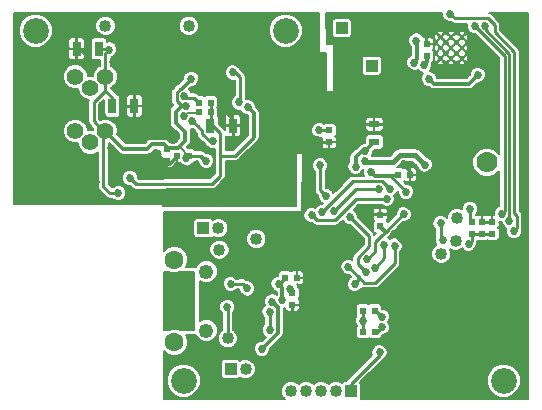
<source format=gbl>
G04 (created by PCBNEW (2013-may-18)-stable) date Tue 15 Oct 2013 04:41:00 PM EDT*
%MOIN*%
G04 Gerber Fmt 3.4, Leading zero omitted, Abs format*
%FSLAX34Y34*%
G01*
G70*
G90*
G04 APERTURE LIST*
%ADD10C,0.00590551*%
%ADD11R,0.0275591X0.0511811*%
%ADD12R,0.0354331X0.023622*%
%ADD13R,0.023622X0.019685*%
%ADD14R,0.019685X0.023622*%
%ADD15C,0.0492*%
%ADD16C,0.063*%
%ADD17C,0.07*%
%ADD18R,0.07X0.07*%
%ADD19C,0.04*%
%ADD20R,0.04X0.04*%
%ADD21C,0.055*%
%ADD22C,0.015748*%
%ADD23C,0.086*%
%ADD24C,0.027*%
%ADD25C,0.01*%
%ADD26C,0.012*%
%ADD27C,0.014*%
%ADD28C,0.018*%
%ADD29C,0.008*%
%ADD30C,0.007*%
G04 APERTURE END LIST*
G54D10*
G54D11*
X55188Y-38260D03*
X54439Y-38260D03*
X51904Y-37610D03*
X51155Y-37610D03*
X49975Y-35700D03*
X50724Y-35700D03*
G54D12*
X59900Y-38810D03*
X59900Y-38219D03*
G54D13*
X61645Y-35941D03*
X61645Y-35548D03*
X53000Y-39436D03*
X53000Y-39043D03*
X60100Y-41228D03*
X60100Y-41621D03*
X58395Y-38816D03*
X58395Y-38423D03*
X57170Y-43838D03*
X57170Y-44231D03*
G54D14*
X59518Y-44430D03*
X59911Y-44430D03*
X59523Y-45135D03*
X59916Y-45135D03*
X56928Y-43330D03*
X57321Y-43330D03*
X54048Y-37805D03*
X54441Y-37805D03*
X54048Y-37500D03*
X54441Y-37500D03*
X53333Y-39270D03*
X53726Y-39270D03*
X61086Y-39900D03*
X60693Y-39900D03*
G54D15*
X54303Y-45094D03*
G54D16*
X53240Y-45488D03*
X53240Y-42732D03*
G54D15*
X54303Y-43126D03*
G54D17*
X63652Y-39483D03*
G54D18*
X63652Y-40483D03*
G54D19*
X50940Y-34940D03*
G54D20*
X50440Y-34940D03*
G54D19*
X53719Y-34937D03*
G54D20*
X53219Y-34937D03*
G54D19*
X59816Y-35764D03*
G54D20*
X59816Y-36264D03*
G54D19*
X58820Y-35510D03*
G54D20*
X58820Y-35010D03*
G54D19*
X54700Y-41680D03*
G54D20*
X54200Y-41680D03*
G54D19*
X56625Y-47110D03*
X57125Y-47110D03*
X58125Y-47110D03*
X57625Y-47110D03*
X58625Y-47110D03*
G54D20*
X59125Y-47110D03*
G54D21*
X50437Y-37003D03*
X49937Y-36629D03*
X50937Y-36629D03*
X50437Y-38814D03*
X49937Y-38440D03*
X50937Y-38440D03*
G54D19*
X55960Y-42040D03*
X62138Y-42538D03*
X55020Y-45350D03*
X54740Y-42400D03*
X62614Y-42094D03*
X62670Y-41328D03*
G54D22*
X62820Y-36026D03*
X62820Y-35317D03*
X62112Y-35672D03*
X62466Y-36026D03*
X62466Y-35317D03*
X62820Y-35672D03*
X62112Y-36026D03*
X62466Y-35672D03*
X62112Y-35317D03*
G54D19*
X55615Y-46375D03*
G54D20*
X55115Y-46375D03*
G54D23*
X64220Y-46768D03*
X56948Y-35096D03*
X48614Y-35096D03*
X53550Y-46768D03*
G54D13*
X63156Y-41471D03*
X63156Y-41864D03*
X63496Y-41864D03*
X63496Y-41471D03*
X63826Y-41864D03*
X63826Y-41471D03*
G54D24*
X62190Y-42088D03*
X62110Y-41506D03*
X56840Y-44085D03*
X59523Y-44760D03*
X59245Y-43550D03*
X59595Y-39105D03*
X59275Y-39635D03*
X56710Y-43530D03*
X60585Y-42260D03*
X59040Y-42970D03*
X57100Y-43700D03*
X60885Y-41220D03*
X59670Y-42720D03*
X60960Y-40465D03*
X59795Y-39810D03*
X58065Y-38415D03*
X61580Y-39560D03*
X59590Y-39455D03*
X61230Y-36160D03*
X61720Y-36700D03*
X63345Y-36575D03*
X61300Y-35425D03*
X53800Y-36700D03*
X51362Y-40508D03*
X53630Y-39354D03*
X54300Y-39435D03*
X53620Y-37600D03*
X51067Y-35724D03*
X59910Y-43000D03*
X60230Y-42230D03*
X58100Y-39585D03*
X58285Y-40600D03*
X59075Y-41300D03*
X59610Y-43150D03*
X63254Y-34946D03*
X64145Y-41210D03*
X62435Y-34540D03*
X60150Y-44985D03*
X64560Y-41780D03*
X63586Y-34928D03*
X60170Y-44635D03*
X64405Y-41435D03*
X56160Y-45700D03*
X56500Y-44125D03*
X56420Y-45075D03*
X56410Y-44460D03*
X60075Y-45820D03*
X60065Y-40370D03*
X58550Y-41115D03*
X60420Y-40370D03*
X58160Y-41155D03*
X57810Y-41245D03*
X60320Y-40695D03*
X55115Y-43530D03*
X55670Y-43690D03*
X48652Y-36534D03*
X64358Y-42120D03*
X63736Y-42798D03*
X63180Y-43312D03*
X62608Y-43870D03*
X60130Y-43882D03*
X62310Y-44180D03*
X62000Y-44490D03*
X63140Y-44540D03*
X63398Y-45136D03*
X62834Y-45986D03*
X60520Y-45868D03*
X60988Y-45986D03*
X55215Y-38855D03*
X55725Y-39170D03*
X60485Y-46510D03*
X59680Y-45820D03*
X60895Y-39540D03*
X64840Y-34730D03*
X64830Y-35400D03*
X64865Y-36700D03*
X64900Y-37645D03*
X64865Y-38590D03*
X54450Y-36280D03*
X50570Y-36190D03*
X51190Y-36130D03*
X60445Y-35285D03*
X58060Y-36560D03*
X56360Y-37390D03*
X55715Y-36160D03*
X56058Y-35272D03*
X56875Y-35985D03*
X56855Y-36780D03*
X56955Y-37425D03*
X56955Y-38765D03*
X62820Y-37685D03*
X62790Y-37360D03*
X62225Y-39095D03*
X62105Y-39905D03*
X62350Y-40090D03*
X62605Y-39905D03*
X56760Y-45925D03*
X55715Y-45625D03*
X55295Y-44940D03*
X58030Y-38750D03*
X58370Y-39360D03*
X61140Y-41495D03*
X61330Y-40460D03*
X61515Y-41170D03*
X61000Y-42825D03*
X60570Y-41890D03*
X60310Y-39105D03*
X60345Y-38325D03*
X55160Y-42740D03*
X55330Y-43260D03*
X56430Y-43155D03*
X56320Y-38340D03*
X56325Y-40045D03*
X56350Y-39570D03*
X56280Y-38885D03*
X56100Y-37340D03*
X50600Y-39334D03*
X51200Y-40210D03*
X50610Y-40124D03*
X51114Y-38994D03*
X53200Y-38754D03*
X52630Y-39170D03*
X52270Y-38680D03*
X54290Y-39055D03*
X52790Y-39950D03*
X51500Y-36078D03*
X52000Y-38180D03*
X52720Y-40500D03*
X54600Y-37070D03*
X53960Y-40460D03*
X53380Y-40610D03*
X52860Y-39530D03*
X48740Y-37100D03*
X50810Y-37900D03*
X50160Y-37690D03*
X54860Y-35880D03*
X49620Y-35670D03*
X52915Y-37600D03*
X48862Y-35776D03*
X63044Y-42196D03*
X55000Y-44305D03*
X53560Y-37930D03*
X53560Y-37270D03*
X53840Y-38120D03*
X54515Y-38780D03*
X55380Y-37490D03*
X55180Y-36490D03*
X61565Y-36230D03*
X63090Y-41040D03*
X55680Y-37645D03*
X51760Y-40010D03*
G54D25*
X62190Y-42088D02*
X62110Y-42008D01*
X62110Y-42008D02*
X62110Y-41506D01*
G54D26*
X56840Y-43660D02*
X56710Y-43530D01*
X56840Y-44085D02*
X56840Y-43660D01*
G54D25*
X59523Y-45135D02*
X59523Y-44760D01*
X59523Y-44760D02*
X59523Y-44435D01*
X59523Y-44435D02*
X59518Y-44430D01*
X56928Y-43330D02*
X56910Y-43330D01*
X56910Y-43330D02*
X56710Y-43530D01*
G54D26*
X59900Y-38810D02*
X59889Y-38810D01*
X59889Y-38810D02*
X59595Y-39105D01*
X59375Y-43420D02*
X59375Y-43305D01*
X59245Y-43550D02*
X59375Y-43420D01*
G54D27*
X59275Y-39635D02*
X59275Y-39320D01*
X59490Y-39105D02*
X59595Y-39105D01*
X59275Y-39320D02*
X59490Y-39105D01*
G54D25*
X60585Y-42260D02*
X60585Y-42830D01*
X60585Y-42830D02*
X59920Y-43495D01*
X59920Y-43495D02*
X59565Y-43495D01*
X59565Y-43495D02*
X59375Y-43305D01*
X59375Y-43305D02*
X59040Y-42970D01*
X60693Y-39900D02*
X60505Y-39900D01*
X60505Y-39900D02*
X60450Y-39955D01*
G54D26*
X57170Y-43838D02*
X57170Y-43745D01*
X57170Y-43745D02*
X57100Y-43700D01*
X60100Y-41621D02*
X60100Y-41625D01*
X60100Y-41625D02*
X60277Y-41802D01*
G54D25*
X60165Y-41915D02*
X60277Y-41802D01*
X60277Y-41802D02*
X60860Y-41220D01*
X60860Y-41220D02*
X60885Y-41220D01*
X59670Y-42720D02*
X59930Y-42460D01*
X59930Y-42460D02*
X59930Y-42150D01*
X59930Y-42150D02*
X60165Y-41915D01*
X60165Y-41915D02*
X60170Y-41910D01*
G54D27*
X60450Y-39955D02*
X60429Y-39934D01*
G54D25*
X60960Y-40465D02*
X60450Y-39955D01*
G54D27*
X60429Y-39934D02*
X59919Y-39934D01*
X59919Y-39934D02*
X59795Y-39810D01*
G54D25*
X58395Y-38423D02*
X58073Y-38423D01*
X58073Y-38423D02*
X58065Y-38415D01*
G54D28*
X60760Y-39240D02*
X60515Y-39485D01*
X61260Y-39240D02*
X60760Y-39240D01*
X61580Y-39560D02*
X61260Y-39240D01*
X60515Y-39485D02*
X59620Y-39485D01*
X59620Y-39485D02*
X59590Y-39455D01*
G54D26*
X61335Y-35700D02*
X61335Y-36055D01*
X61335Y-36055D02*
X61230Y-36160D01*
X61335Y-35670D02*
X61335Y-35700D01*
X61720Y-36700D02*
X61880Y-36860D01*
X61880Y-36860D02*
X63060Y-36860D01*
X63060Y-36860D02*
X63345Y-36575D01*
X61335Y-35460D02*
X61335Y-35670D01*
X61300Y-35425D02*
X61335Y-35460D01*
G54D25*
X53310Y-37430D02*
X53480Y-37600D01*
X53800Y-36700D02*
X53460Y-37040D01*
X53460Y-37040D02*
X53430Y-37040D01*
X53430Y-37040D02*
X53310Y-37160D01*
X53310Y-37160D02*
X53310Y-37430D01*
X50866Y-39044D02*
X50866Y-38512D01*
X50866Y-38512D02*
X50937Y-38440D01*
X51083Y-40508D02*
X50866Y-40291D01*
X50866Y-40291D02*
X50866Y-39044D01*
X51083Y-40508D02*
X51362Y-40508D01*
X54300Y-39435D02*
X54135Y-39270D01*
X54135Y-39270D02*
X53726Y-39270D01*
G54D27*
X53422Y-38942D02*
X53592Y-38773D01*
X53592Y-38472D02*
X53280Y-38160D01*
X53592Y-38773D02*
X53592Y-38472D01*
G54D29*
X53726Y-39270D02*
X53706Y-39270D01*
X53456Y-39020D02*
X53345Y-39020D01*
X53706Y-39270D02*
X53456Y-39020D01*
G54D30*
X53714Y-39270D02*
X53726Y-39270D01*
X53630Y-39354D02*
X53714Y-39270D01*
G54D27*
X53422Y-38942D02*
X53345Y-39020D01*
X52893Y-38890D02*
X52480Y-38890D01*
X52340Y-39030D02*
X52480Y-38890D01*
X51526Y-39030D02*
X52340Y-39030D01*
X50937Y-38440D02*
X51526Y-39030D01*
X53345Y-39020D02*
X53023Y-39020D01*
X53023Y-39020D02*
X52893Y-38890D01*
G54D25*
X54080Y-39270D02*
X54135Y-39270D01*
X54100Y-39270D02*
X54230Y-39400D01*
X54080Y-39270D02*
X54100Y-39270D01*
X51155Y-37610D02*
X51155Y-37310D01*
X51155Y-37310D02*
X50937Y-37092D01*
G54D27*
X53480Y-37600D02*
X53280Y-37800D01*
X53280Y-37800D02*
X53280Y-38160D01*
X53620Y-37600D02*
X53480Y-37600D01*
G54D25*
X50937Y-38440D02*
X50870Y-38440D01*
X50937Y-37092D02*
X50937Y-36629D01*
X50550Y-37480D02*
X50937Y-37092D01*
X50550Y-38120D02*
X50550Y-37480D01*
X50870Y-38440D02*
X50550Y-38120D01*
X50724Y-35700D02*
X51043Y-35700D01*
X51043Y-35700D02*
X51067Y-35724D01*
X50937Y-36629D02*
X50937Y-35854D01*
X50937Y-35854D02*
X51067Y-35724D01*
X59910Y-43000D02*
X60230Y-42680D01*
X60230Y-42680D02*
X60230Y-42230D01*
X58100Y-40415D02*
X58100Y-39585D01*
X58285Y-40600D02*
X58100Y-40415D01*
X59730Y-41950D02*
X59080Y-41300D01*
X59080Y-41300D02*
X59075Y-41300D01*
X59730Y-42290D02*
X59730Y-41950D01*
X59350Y-42670D02*
X59730Y-42290D01*
X59350Y-42890D02*
X59350Y-42670D01*
X59610Y-43150D02*
X59350Y-42890D01*
X64244Y-35988D02*
X64244Y-35936D01*
X64244Y-35936D02*
X63254Y-34946D01*
X64244Y-41110D02*
X64244Y-35988D01*
X64145Y-41210D02*
X64244Y-41110D01*
X64565Y-36126D02*
X64565Y-35804D01*
X62575Y-34680D02*
X62435Y-34540D01*
X63680Y-34680D02*
X62575Y-34680D01*
X63692Y-34680D02*
X63680Y-34680D01*
X63908Y-34896D02*
X63692Y-34680D01*
X63908Y-35147D02*
X63908Y-34896D01*
X64565Y-35804D02*
X63908Y-35147D01*
X60000Y-45135D02*
X59916Y-45135D01*
X60150Y-44985D02*
X60000Y-45135D01*
X64565Y-41180D02*
X64565Y-36126D01*
X64655Y-41269D02*
X64565Y-41180D01*
X64655Y-41685D02*
X64655Y-41269D01*
X64560Y-41780D02*
X64655Y-41685D01*
X64405Y-36040D02*
X64405Y-35870D01*
X63586Y-35051D02*
X63586Y-34928D01*
X64405Y-35870D02*
X63586Y-35051D01*
X59965Y-44430D02*
X59911Y-44430D01*
X60170Y-44635D02*
X59965Y-44430D01*
X64405Y-41435D02*
X64405Y-36040D01*
G54D26*
X56685Y-45175D02*
X56160Y-45700D01*
X56685Y-44310D02*
X56685Y-45175D01*
X56500Y-44125D02*
X56685Y-44310D01*
G54D25*
X56420Y-44470D02*
X56420Y-45075D01*
X56410Y-44460D02*
X56420Y-44470D01*
X59125Y-46860D02*
X59125Y-47110D01*
X60075Y-45910D02*
X59125Y-46860D01*
X60075Y-45820D02*
X60075Y-45910D01*
X59295Y-40370D02*
X60065Y-40370D01*
X58550Y-41115D02*
X59295Y-40370D01*
X60165Y-40115D02*
X60420Y-40370D01*
X59200Y-40115D02*
X60165Y-40115D01*
X58160Y-41155D02*
X59200Y-40115D01*
X59990Y-40720D02*
X60295Y-40720D01*
X57810Y-41245D02*
X57980Y-41415D01*
X57980Y-41415D02*
X58190Y-41415D01*
X58600Y-41415D02*
X59295Y-40720D01*
X59295Y-40720D02*
X59990Y-40720D01*
X58190Y-41415D02*
X58600Y-41415D01*
X60295Y-40720D02*
X60320Y-40695D01*
X55510Y-43530D02*
X55115Y-43530D01*
X55670Y-43690D02*
X55510Y-43530D01*
X63826Y-41471D02*
X63496Y-41471D01*
X64358Y-42176D02*
X64358Y-42120D01*
X63736Y-42798D02*
X64358Y-42176D01*
X63166Y-43312D02*
X63180Y-43312D01*
X62608Y-43870D02*
X63166Y-43312D01*
X62012Y-43882D02*
X60130Y-43882D01*
X62310Y-44180D02*
X62012Y-43882D01*
X63090Y-44490D02*
X62000Y-44490D01*
X63140Y-44540D02*
X63090Y-44490D01*
X63180Y-45640D02*
X63398Y-45136D01*
X62834Y-45986D02*
X63180Y-45640D01*
X60870Y-45868D02*
X60520Y-45868D01*
X60988Y-45986D02*
X60870Y-45868D01*
X55188Y-38828D02*
X55215Y-38855D01*
X55188Y-38260D02*
X55188Y-38828D01*
X60895Y-39540D02*
X60895Y-39580D01*
X61086Y-39771D02*
X61086Y-39900D01*
X60895Y-39580D02*
X61086Y-39771D01*
G54D27*
X64830Y-36665D02*
X64830Y-35400D01*
X64865Y-36700D02*
X64830Y-36665D01*
X64900Y-38555D02*
X64900Y-37645D01*
X64865Y-38590D02*
X64900Y-38555D01*
G54D25*
X50080Y-35700D02*
X50570Y-36190D01*
X50080Y-35700D02*
X49975Y-35700D01*
G54D26*
X56360Y-37390D02*
X56920Y-37390D01*
X55715Y-36050D02*
X55715Y-36160D01*
X56058Y-35272D02*
X55715Y-36050D01*
X56875Y-36760D02*
X56875Y-35985D01*
X56855Y-36780D02*
X56875Y-36760D01*
X56920Y-37390D02*
X56955Y-37425D01*
X56955Y-38765D02*
X56950Y-38765D01*
X62820Y-37390D02*
X62820Y-37685D01*
X62790Y-37360D02*
X62820Y-37390D01*
X62350Y-40090D02*
X62165Y-39905D01*
X62165Y-39905D02*
X62105Y-39905D01*
X62605Y-39905D02*
X62420Y-40090D01*
X62420Y-40090D02*
X62350Y-40090D01*
X63652Y-40483D02*
X63593Y-40483D01*
X63593Y-40483D02*
X63015Y-39905D01*
X63015Y-39905D02*
X62605Y-39905D01*
X56760Y-45925D02*
X56750Y-45925D01*
X55720Y-45620D02*
X55715Y-45620D01*
X55720Y-45625D02*
X55720Y-45620D01*
X55715Y-45625D02*
X55720Y-45625D01*
G54D25*
X58395Y-38816D02*
X58096Y-38816D01*
X58096Y-38816D02*
X58030Y-38750D01*
X60965Y-41495D02*
X61140Y-41495D01*
X60570Y-41890D02*
X60965Y-41495D01*
X61330Y-40985D02*
X61330Y-40460D01*
X61515Y-41170D02*
X61330Y-40985D01*
X61000Y-42825D02*
X60905Y-42730D01*
X60905Y-42225D02*
X60570Y-41890D01*
X60905Y-42730D02*
X60905Y-42225D01*
X56320Y-38340D02*
X56320Y-38845D01*
X56325Y-39595D02*
X56325Y-40045D01*
X56350Y-39570D02*
X56325Y-39595D01*
X56320Y-38845D02*
X56280Y-38885D01*
X50600Y-40114D02*
X50600Y-39334D01*
X52310Y-39950D02*
X51955Y-39595D01*
X51955Y-39595D02*
X51580Y-39595D01*
X51580Y-39595D02*
X51200Y-39975D01*
X51200Y-39975D02*
X51200Y-40210D01*
X52790Y-39950D02*
X52310Y-39950D01*
X50610Y-40124D02*
X50600Y-40114D01*
G54D27*
X52272Y-38678D02*
X53124Y-38678D01*
X53124Y-38678D02*
X53200Y-38754D01*
G54D25*
X52860Y-39400D02*
X52630Y-39170D01*
X52860Y-39530D02*
X52860Y-39400D01*
G54D27*
X52270Y-38680D02*
X52272Y-38678D01*
G54D25*
X53000Y-39436D02*
X52953Y-39436D01*
X52953Y-39436D02*
X52860Y-39530D01*
X54290Y-39055D02*
X54355Y-39055D01*
X54355Y-39055D02*
X54560Y-39260D01*
X54560Y-39260D02*
X54560Y-39595D01*
X54560Y-39595D02*
X54205Y-39950D01*
X54205Y-39950D02*
X53910Y-39950D01*
X53910Y-39950D02*
X52790Y-39950D01*
X55188Y-38458D02*
X55188Y-38260D01*
X51800Y-38180D02*
X51570Y-37950D01*
X51570Y-37950D02*
X51570Y-37860D01*
X52860Y-39530D02*
X53073Y-39530D01*
X53073Y-39530D02*
X53333Y-39270D01*
X51570Y-37390D02*
X51570Y-36990D01*
X51570Y-36990D02*
X51500Y-36920D01*
X51904Y-37610D02*
X51640Y-37610D01*
X51640Y-37610D02*
X51570Y-37540D01*
X51500Y-36078D02*
X51500Y-36920D01*
X51570Y-37860D02*
X51570Y-37540D01*
X51570Y-37540D02*
X51570Y-37390D01*
G54D27*
X51800Y-38180D02*
X52000Y-38180D01*
G54D25*
X54760Y-37600D02*
X54760Y-37230D01*
X55188Y-38028D02*
X54760Y-37600D01*
X55188Y-38260D02*
X55188Y-38028D01*
X54760Y-37230D02*
X54600Y-37070D01*
X48740Y-37100D02*
X49570Y-37100D01*
X49570Y-37100D02*
X50160Y-37690D01*
X63496Y-41864D02*
X63826Y-41864D01*
X63156Y-41864D02*
X63496Y-41864D01*
X63156Y-41864D02*
X63156Y-42084D01*
X63156Y-42084D02*
X63044Y-42196D01*
X55020Y-44325D02*
X55000Y-44305D01*
X55020Y-45350D02*
X55020Y-44325D01*
G54D30*
X54013Y-37840D02*
X54048Y-37805D01*
X53650Y-37840D02*
X54013Y-37840D01*
X53560Y-37930D02*
X53650Y-37840D01*
G54D25*
X53878Y-37330D02*
X54048Y-37500D01*
X53620Y-37330D02*
X53878Y-37330D01*
X53560Y-37270D02*
X53620Y-37330D01*
X54170Y-38540D02*
X54410Y-38780D01*
X54010Y-38290D02*
X53840Y-38120D01*
X54170Y-38450D02*
X54170Y-38540D01*
X54010Y-38290D02*
X54170Y-38450D01*
X54410Y-38780D02*
X54515Y-38780D01*
X55430Y-36650D02*
X55270Y-36490D01*
X55430Y-37440D02*
X55430Y-36650D01*
X55380Y-37490D02*
X55430Y-37440D01*
X55270Y-36490D02*
X55180Y-36490D01*
G54D26*
X61645Y-36150D02*
X61645Y-35941D01*
X61565Y-36230D02*
X61645Y-36150D01*
G54D25*
X63090Y-41405D02*
X63156Y-41471D01*
X63090Y-41040D02*
X63090Y-41405D01*
X54765Y-39260D02*
X55255Y-39260D01*
X55255Y-39260D02*
X55880Y-38635D01*
G54D26*
X55880Y-38635D02*
X55880Y-37845D01*
X55880Y-37845D02*
X55680Y-37645D01*
G54D25*
X54765Y-39395D02*
X54765Y-39925D01*
X51970Y-40220D02*
X51760Y-40010D01*
X52910Y-40220D02*
X51970Y-40220D01*
X52930Y-40200D02*
X52910Y-40220D01*
X53960Y-40200D02*
X52930Y-40200D01*
X54515Y-38260D02*
X54765Y-38510D01*
X54765Y-38510D02*
X54765Y-38955D01*
X54765Y-38955D02*
X54765Y-39260D01*
X54765Y-39260D02*
X54765Y-39395D01*
X54515Y-38260D02*
X54439Y-38260D01*
X54490Y-40200D02*
X53960Y-40200D01*
X54765Y-39925D02*
X54490Y-40200D01*
X54441Y-37805D02*
X54441Y-38258D01*
X54441Y-38258D02*
X54439Y-38260D01*
X54441Y-37500D02*
X54441Y-37805D01*
G54D10*
G36*
X65020Y-47380D02*
X64785Y-47380D01*
X64785Y-46656D01*
X64699Y-46448D01*
X64540Y-46289D01*
X64332Y-46203D01*
X64108Y-46202D01*
X64079Y-46214D01*
X63900Y-46288D01*
X63741Y-46447D01*
X63655Y-46655D01*
X63654Y-46879D01*
X63740Y-47087D01*
X63899Y-47246D01*
X64107Y-47332D01*
X64331Y-47333D01*
X64539Y-47247D01*
X64698Y-47088D01*
X64784Y-46880D01*
X64785Y-46656D01*
X64785Y-47380D01*
X61320Y-47380D01*
X61320Y-39991D01*
X61320Y-39808D01*
X61320Y-39754D01*
X61299Y-39705D01*
X61261Y-39667D01*
X61212Y-39646D01*
X61125Y-39646D01*
X61091Y-39680D01*
X61091Y-39895D01*
X61286Y-39895D01*
X61320Y-39861D01*
X61320Y-39808D01*
X61320Y-39991D01*
X61320Y-39938D01*
X61286Y-39905D01*
X61091Y-39905D01*
X61091Y-40119D01*
X61125Y-40153D01*
X61212Y-40153D01*
X61261Y-40132D01*
X61299Y-40094D01*
X61320Y-40045D01*
X61320Y-39991D01*
X61320Y-47380D01*
X60440Y-47380D01*
X60440Y-44581D01*
X60399Y-44482D01*
X60323Y-44406D01*
X60223Y-44365D01*
X60161Y-44364D01*
X60145Y-44348D01*
X60145Y-44285D01*
X60124Y-44235D01*
X60086Y-44197D01*
X60037Y-44176D01*
X59983Y-44176D01*
X59786Y-44176D01*
X59737Y-44197D01*
X59714Y-44219D01*
X59693Y-44197D01*
X59643Y-44176D01*
X59589Y-44176D01*
X59392Y-44176D01*
X59343Y-44197D01*
X59305Y-44235D01*
X59284Y-44284D01*
X59284Y-44338D01*
X59284Y-44574D01*
X59296Y-44604D01*
X59294Y-44606D01*
X59253Y-44706D01*
X59253Y-44813D01*
X59294Y-44912D01*
X59316Y-44934D01*
X59310Y-44940D01*
X59289Y-44989D01*
X59289Y-45043D01*
X59289Y-45279D01*
X59310Y-45329D01*
X59348Y-45367D01*
X59397Y-45388D01*
X59451Y-45388D01*
X59648Y-45388D01*
X59697Y-45367D01*
X59720Y-45345D01*
X59741Y-45367D01*
X59791Y-45388D01*
X59845Y-45388D01*
X60042Y-45388D01*
X60091Y-45367D01*
X60129Y-45329D01*
X60150Y-45280D01*
X60150Y-45255D01*
X60203Y-45255D01*
X60302Y-45214D01*
X60378Y-45138D01*
X60419Y-45038D01*
X60420Y-44931D01*
X60379Y-44832D01*
X60366Y-44820D01*
X60398Y-44788D01*
X60439Y-44688D01*
X60440Y-44581D01*
X60440Y-47380D01*
X59441Y-47380D01*
X59459Y-47336D01*
X59460Y-47283D01*
X59460Y-46883D01*
X59439Y-46833D01*
X59426Y-46820D01*
X60176Y-46070D01*
X60227Y-46049D01*
X60303Y-45973D01*
X60344Y-45873D01*
X60345Y-45766D01*
X60304Y-45667D01*
X60228Y-45591D01*
X60128Y-45550D01*
X60021Y-45549D01*
X59922Y-45590D01*
X59846Y-45666D01*
X59805Y-45766D01*
X59804Y-45873D01*
X59818Y-45905D01*
X58994Y-46729D01*
X58963Y-46774D01*
X58898Y-46774D01*
X58848Y-46795D01*
X58816Y-46827D01*
X58815Y-46826D01*
X58691Y-46775D01*
X58558Y-46774D01*
X58435Y-46825D01*
X58374Y-46886D01*
X58315Y-46826D01*
X58191Y-46775D01*
X58058Y-46774D01*
X57935Y-46825D01*
X57874Y-46886D01*
X57815Y-46826D01*
X57691Y-46775D01*
X57558Y-46774D01*
X57555Y-46776D01*
X57555Y-43421D01*
X57555Y-43238D01*
X57555Y-43184D01*
X57534Y-43135D01*
X57496Y-43097D01*
X57447Y-43076D01*
X57360Y-43076D01*
X57326Y-43110D01*
X57326Y-43325D01*
X57521Y-43325D01*
X57555Y-43291D01*
X57555Y-43238D01*
X57555Y-43421D01*
X57555Y-43368D01*
X57521Y-43335D01*
X57326Y-43335D01*
X57326Y-43342D01*
X57316Y-43342D01*
X57316Y-43335D01*
X57308Y-43335D01*
X57308Y-43325D01*
X57316Y-43325D01*
X57316Y-43110D01*
X57283Y-43076D01*
X57196Y-43076D01*
X57147Y-43097D01*
X57124Y-43119D01*
X57103Y-43097D01*
X57053Y-43076D01*
X56999Y-43076D01*
X56802Y-43076D01*
X56753Y-43097D01*
X56715Y-43135D01*
X56694Y-43184D01*
X56694Y-43238D01*
X56694Y-43259D01*
X56656Y-43259D01*
X56557Y-43300D01*
X56481Y-43376D01*
X56440Y-43476D01*
X56439Y-43583D01*
X56480Y-43682D01*
X56556Y-43758D01*
X56645Y-43795D01*
X56645Y-43892D01*
X56553Y-43855D01*
X56446Y-43854D01*
X56347Y-43895D01*
X56295Y-43948D01*
X56295Y-41973D01*
X56244Y-41850D01*
X56150Y-41756D01*
X56026Y-41705D01*
X55893Y-41704D01*
X55770Y-41755D01*
X55676Y-41849D01*
X55625Y-41973D01*
X55624Y-42106D01*
X55675Y-42229D01*
X55769Y-42323D01*
X55893Y-42374D01*
X56026Y-42375D01*
X56149Y-42324D01*
X56243Y-42230D01*
X56294Y-42106D01*
X56295Y-41973D01*
X56295Y-43948D01*
X56271Y-43971D01*
X56230Y-44071D01*
X56229Y-44178D01*
X56253Y-44234D01*
X56181Y-44306D01*
X56140Y-44406D01*
X56139Y-44513D01*
X56180Y-44612D01*
X56235Y-44666D01*
X56235Y-44878D01*
X56191Y-44921D01*
X56150Y-45021D01*
X56149Y-45128D01*
X56190Y-45227D01*
X56266Y-45303D01*
X56276Y-45307D01*
X56154Y-45429D01*
X56106Y-45429D01*
X56007Y-45470D01*
X55940Y-45538D01*
X55940Y-43636D01*
X55899Y-43537D01*
X55823Y-43461D01*
X55723Y-43420D01*
X55661Y-43419D01*
X55640Y-43399D01*
X55580Y-43359D01*
X55510Y-43345D01*
X55311Y-43345D01*
X55268Y-43301D01*
X55168Y-43260D01*
X55075Y-43259D01*
X55075Y-42333D01*
X55035Y-42236D01*
X55035Y-41613D01*
X54984Y-41490D01*
X54890Y-41396D01*
X54766Y-41345D01*
X54633Y-41344D01*
X54510Y-41395D01*
X54508Y-41397D01*
X54476Y-41365D01*
X54426Y-41345D01*
X54373Y-41344D01*
X53973Y-41344D01*
X53923Y-41365D01*
X53885Y-41403D01*
X53865Y-41453D01*
X53864Y-41506D01*
X53864Y-41906D01*
X53885Y-41956D01*
X53923Y-41994D01*
X53973Y-42014D01*
X54026Y-42015D01*
X54426Y-42015D01*
X54476Y-41994D01*
X54508Y-41962D01*
X54509Y-41963D01*
X54633Y-42014D01*
X54766Y-42015D01*
X54889Y-41964D01*
X54983Y-41870D01*
X55034Y-41746D01*
X55035Y-41613D01*
X55035Y-42236D01*
X55024Y-42210D01*
X54930Y-42116D01*
X54806Y-42065D01*
X54673Y-42064D01*
X54550Y-42115D01*
X54456Y-42209D01*
X54405Y-42333D01*
X54404Y-42466D01*
X54455Y-42589D01*
X54549Y-42683D01*
X54673Y-42734D01*
X54806Y-42735D01*
X54929Y-42684D01*
X55023Y-42590D01*
X55074Y-42466D01*
X55075Y-42333D01*
X55075Y-43259D01*
X55061Y-43259D01*
X54962Y-43300D01*
X54886Y-43376D01*
X54845Y-43476D01*
X54844Y-43583D01*
X54885Y-43682D01*
X54961Y-43758D01*
X55061Y-43799D01*
X55168Y-43800D01*
X55267Y-43759D01*
X55311Y-43715D01*
X55399Y-43715D01*
X55399Y-43743D01*
X55440Y-43842D01*
X55516Y-43918D01*
X55616Y-43959D01*
X55723Y-43960D01*
X55822Y-43919D01*
X55898Y-43843D01*
X55939Y-43743D01*
X55940Y-43636D01*
X55940Y-45538D01*
X55931Y-45546D01*
X55890Y-45646D01*
X55889Y-45753D01*
X55930Y-45852D01*
X56006Y-45928D01*
X56106Y-45969D01*
X56213Y-45970D01*
X56312Y-45929D01*
X56388Y-45853D01*
X56429Y-45753D01*
X56429Y-45705D01*
X56822Y-45312D01*
X56822Y-45312D01*
X56822Y-45312D01*
X56865Y-45249D01*
X56865Y-45249D01*
X56879Y-45175D01*
X56880Y-45175D01*
X56880Y-44355D01*
X56893Y-44355D01*
X56916Y-44345D01*
X56916Y-44357D01*
X56937Y-44406D01*
X56975Y-44444D01*
X57024Y-44465D01*
X57078Y-44465D01*
X57131Y-44465D01*
X57165Y-44431D01*
X57165Y-44236D01*
X57157Y-44236D01*
X57157Y-44226D01*
X57165Y-44226D01*
X57165Y-44218D01*
X57175Y-44218D01*
X57175Y-44226D01*
X57389Y-44226D01*
X57423Y-44193D01*
X57423Y-44106D01*
X57402Y-44057D01*
X57380Y-44034D01*
X57402Y-44013D01*
X57423Y-43963D01*
X57423Y-43909D01*
X57423Y-43712D01*
X57402Y-43663D01*
X57364Y-43625D01*
X57360Y-43623D01*
X57332Y-43554D01*
X57360Y-43583D01*
X57447Y-43583D01*
X57496Y-43562D01*
X57534Y-43524D01*
X57555Y-43475D01*
X57555Y-43421D01*
X57555Y-46776D01*
X57435Y-46825D01*
X57423Y-46838D01*
X57423Y-44357D01*
X57423Y-44270D01*
X57389Y-44236D01*
X57175Y-44236D01*
X57175Y-44431D01*
X57208Y-44465D01*
X57261Y-44465D01*
X57315Y-44465D01*
X57364Y-44444D01*
X57402Y-44406D01*
X57423Y-44357D01*
X57423Y-46838D01*
X57374Y-46886D01*
X57315Y-46826D01*
X57191Y-46775D01*
X57058Y-46774D01*
X56935Y-46825D01*
X56841Y-46919D01*
X56790Y-47043D01*
X56789Y-47176D01*
X56840Y-47299D01*
X56921Y-47380D01*
X55950Y-47380D01*
X55950Y-46308D01*
X55899Y-46185D01*
X55805Y-46091D01*
X55681Y-46040D01*
X55548Y-46039D01*
X55425Y-46090D01*
X55423Y-46092D01*
X55391Y-46060D01*
X55355Y-46045D01*
X55355Y-45283D01*
X55304Y-45160D01*
X55210Y-45066D01*
X55205Y-45064D01*
X55205Y-44481D01*
X55228Y-44458D01*
X55269Y-44358D01*
X55270Y-44251D01*
X55229Y-44152D01*
X55153Y-44076D01*
X55053Y-44035D01*
X54946Y-44034D01*
X54847Y-44075D01*
X54771Y-44151D01*
X54730Y-44251D01*
X54729Y-44358D01*
X54770Y-44457D01*
X54835Y-44521D01*
X54835Y-45063D01*
X54830Y-45065D01*
X54736Y-45159D01*
X54685Y-45283D01*
X54684Y-45416D01*
X54735Y-45539D01*
X54829Y-45633D01*
X54953Y-45684D01*
X55086Y-45685D01*
X55209Y-45634D01*
X55303Y-45540D01*
X55354Y-45416D01*
X55355Y-45283D01*
X55355Y-46045D01*
X55341Y-46040D01*
X55288Y-46039D01*
X54888Y-46039D01*
X54838Y-46060D01*
X54800Y-46098D01*
X54780Y-46148D01*
X54779Y-46201D01*
X54779Y-46601D01*
X54800Y-46651D01*
X54838Y-46689D01*
X54888Y-46709D01*
X54941Y-46710D01*
X55341Y-46710D01*
X55391Y-46689D01*
X55423Y-46657D01*
X55424Y-46658D01*
X55548Y-46709D01*
X55681Y-46710D01*
X55804Y-46659D01*
X55898Y-46565D01*
X55949Y-46441D01*
X55950Y-46308D01*
X55950Y-47380D01*
X54115Y-47380D01*
X54115Y-46656D01*
X54029Y-46448D01*
X53870Y-46289D01*
X53662Y-46203D01*
X53438Y-46202D01*
X53230Y-46288D01*
X53071Y-46447D01*
X52985Y-46655D01*
X52984Y-46879D01*
X53070Y-47087D01*
X53229Y-47246D01*
X53437Y-47332D01*
X53661Y-47333D01*
X53869Y-47247D01*
X54028Y-47088D01*
X54114Y-46880D01*
X54115Y-46656D01*
X54115Y-47380D01*
X52889Y-47380D01*
X52889Y-45774D01*
X52984Y-45869D01*
X53150Y-45937D01*
X53329Y-45938D01*
X53494Y-45869D01*
X53621Y-45743D01*
X53689Y-45577D01*
X53690Y-45398D01*
X53631Y-45257D01*
X53958Y-45257D01*
X53979Y-45309D01*
X54086Y-45416D01*
X54226Y-45474D01*
X54378Y-45475D01*
X54518Y-45417D01*
X54625Y-45310D01*
X54683Y-45170D01*
X54684Y-45018D01*
X54626Y-44878D01*
X54519Y-44771D01*
X54379Y-44713D01*
X54227Y-44712D01*
X54087Y-44770D01*
X54076Y-44781D01*
X54075Y-43437D01*
X54086Y-43448D01*
X54226Y-43506D01*
X54378Y-43507D01*
X54518Y-43449D01*
X54625Y-43342D01*
X54683Y-43202D01*
X54684Y-43050D01*
X54626Y-42910D01*
X54519Y-42803D01*
X54379Y-42745D01*
X54227Y-42744D01*
X54087Y-42802D01*
X53980Y-42909D01*
X53954Y-42971D01*
X53628Y-42971D01*
X53689Y-42821D01*
X53690Y-42642D01*
X53621Y-42477D01*
X53495Y-42350D01*
X53329Y-42282D01*
X53150Y-42281D01*
X52985Y-42350D01*
X52889Y-42445D01*
X52889Y-41125D01*
X57494Y-41125D01*
X57535Y-39185D01*
X57513Y-39185D01*
X57513Y-34984D01*
X57427Y-34776D01*
X57268Y-34617D01*
X57060Y-34531D01*
X56836Y-34530D01*
X56628Y-34616D01*
X56469Y-34775D01*
X56383Y-34983D01*
X56382Y-35207D01*
X56468Y-35415D01*
X56627Y-35574D01*
X56835Y-35660D01*
X57059Y-35661D01*
X57267Y-35575D01*
X57426Y-35416D01*
X57512Y-35208D01*
X57513Y-34984D01*
X57513Y-39185D01*
X57305Y-39185D01*
X57305Y-40935D01*
X56075Y-40935D01*
X56075Y-38635D01*
X56075Y-37845D01*
X56060Y-37770D01*
X56060Y-37770D01*
X56017Y-37707D01*
X55950Y-37639D01*
X55950Y-37591D01*
X55909Y-37492D01*
X55833Y-37416D01*
X55733Y-37375D01*
X55626Y-37374D01*
X55624Y-37375D01*
X55615Y-37351D01*
X55615Y-36650D01*
X55600Y-36579D01*
X55560Y-36519D01*
X55560Y-36519D01*
X55430Y-36388D01*
X55409Y-36337D01*
X55333Y-36261D01*
X55233Y-36220D01*
X55126Y-36219D01*
X55027Y-36260D01*
X54951Y-36336D01*
X54910Y-36436D01*
X54909Y-36543D01*
X54950Y-36642D01*
X55026Y-36718D01*
X55126Y-36759D01*
X55233Y-36760D01*
X55245Y-36755D01*
X55245Y-37253D01*
X55227Y-37260D01*
X55151Y-37336D01*
X55110Y-37436D01*
X55109Y-37543D01*
X55150Y-37642D01*
X55226Y-37718D01*
X55326Y-37759D01*
X55433Y-37760D01*
X55435Y-37759D01*
X55450Y-37797D01*
X55526Y-37873D01*
X55626Y-37914D01*
X55674Y-37914D01*
X55685Y-37925D01*
X55685Y-38568D01*
X55460Y-38792D01*
X55460Y-38489D01*
X55460Y-38030D01*
X55460Y-37977D01*
X55440Y-37927D01*
X55402Y-37889D01*
X55352Y-37869D01*
X55226Y-37869D01*
X55193Y-37902D01*
X55193Y-38255D01*
X55427Y-38255D01*
X55460Y-38221D01*
X55460Y-38030D01*
X55460Y-38489D01*
X55460Y-38298D01*
X55427Y-38265D01*
X55193Y-38265D01*
X55193Y-38617D01*
X55226Y-38650D01*
X55352Y-38650D01*
X55402Y-38630D01*
X55440Y-38592D01*
X55460Y-38542D01*
X55460Y-38489D01*
X55460Y-38792D01*
X55178Y-39075D01*
X54950Y-39075D01*
X54950Y-38955D01*
X54950Y-38606D01*
X54973Y-38630D01*
X55023Y-38650D01*
X55149Y-38650D01*
X55183Y-38617D01*
X55183Y-38265D01*
X55183Y-38255D01*
X55183Y-37902D01*
X55149Y-37869D01*
X55023Y-37869D01*
X54973Y-37889D01*
X54935Y-37927D01*
X54915Y-37977D01*
X54915Y-38030D01*
X54915Y-38221D01*
X54948Y-38255D01*
X55183Y-38255D01*
X55183Y-38265D01*
X54948Y-38265D01*
X54915Y-38298D01*
X54915Y-38408D01*
X54895Y-38379D01*
X54895Y-38379D01*
X54712Y-38196D01*
X54712Y-37977D01*
X54692Y-37927D01*
X54675Y-37910D01*
X54675Y-37896D01*
X54675Y-37660D01*
X54672Y-37652D01*
X54675Y-37645D01*
X54675Y-37591D01*
X54675Y-37355D01*
X54654Y-37305D01*
X54616Y-37267D01*
X54567Y-37246D01*
X54513Y-37246D01*
X54316Y-37246D01*
X54267Y-37267D01*
X54244Y-37289D01*
X54223Y-37267D01*
X54173Y-37246D01*
X54119Y-37246D01*
X54056Y-37246D01*
X54008Y-37199D01*
X53948Y-37159D01*
X53878Y-37145D01*
X53800Y-37145D01*
X53789Y-37117D01*
X53716Y-37044D01*
X53791Y-36969D01*
X53853Y-36970D01*
X53952Y-36929D01*
X54028Y-36853D01*
X54069Y-36753D01*
X54070Y-36646D01*
X54054Y-36608D01*
X54054Y-34870D01*
X54003Y-34747D01*
X53909Y-34653D01*
X53786Y-34602D01*
X53652Y-34601D01*
X53529Y-34652D01*
X53435Y-34746D01*
X53384Y-34870D01*
X53384Y-35003D01*
X53435Y-35126D01*
X53529Y-35220D01*
X53652Y-35271D01*
X53785Y-35272D01*
X53908Y-35221D01*
X54003Y-35127D01*
X54054Y-35003D01*
X54054Y-34870D01*
X54054Y-36608D01*
X54029Y-36547D01*
X53953Y-36471D01*
X53853Y-36430D01*
X53746Y-36429D01*
X53647Y-36470D01*
X53571Y-36546D01*
X53530Y-36646D01*
X53529Y-36708D01*
X53371Y-36866D01*
X53359Y-36869D01*
X53299Y-36909D01*
X53179Y-37029D01*
X53139Y-37089D01*
X53125Y-37160D01*
X53125Y-37430D01*
X53139Y-37500D01*
X53179Y-37560D01*
X53204Y-37585D01*
X53135Y-37655D01*
X53090Y-37721D01*
X53074Y-37800D01*
X53075Y-37800D01*
X53075Y-38159D01*
X53074Y-38160D01*
X53090Y-38238D01*
X53135Y-38304D01*
X53387Y-38556D01*
X53387Y-38688D01*
X53277Y-38797D01*
X53277Y-38797D01*
X53260Y-38815D01*
X53157Y-38815D01*
X53145Y-38809D01*
X53102Y-38809D01*
X53038Y-38745D01*
X52971Y-38700D01*
X52893Y-38684D01*
X52893Y-38685D01*
X52480Y-38685D01*
X52401Y-38700D01*
X52374Y-38718D01*
X52335Y-38745D01*
X52335Y-38745D01*
X52255Y-38825D01*
X52176Y-38825D01*
X52176Y-37839D01*
X52176Y-37380D01*
X52176Y-37327D01*
X52156Y-37277D01*
X52118Y-37239D01*
X52068Y-37219D01*
X51942Y-37219D01*
X51909Y-37252D01*
X51909Y-37605D01*
X52143Y-37605D01*
X52176Y-37571D01*
X52176Y-37380D01*
X52176Y-37839D01*
X52176Y-37648D01*
X52143Y-37615D01*
X51909Y-37615D01*
X51909Y-37967D01*
X51942Y-38000D01*
X52068Y-38000D01*
X52118Y-37980D01*
X52156Y-37942D01*
X52176Y-37892D01*
X52176Y-37839D01*
X52176Y-38825D01*
X51899Y-38825D01*
X51899Y-37967D01*
X51899Y-37615D01*
X51899Y-37605D01*
X51899Y-37252D01*
X51865Y-37219D01*
X51739Y-37219D01*
X51689Y-37239D01*
X51651Y-37277D01*
X51631Y-37327D01*
X51631Y-37380D01*
X51631Y-37571D01*
X51664Y-37605D01*
X51899Y-37605D01*
X51899Y-37615D01*
X51664Y-37615D01*
X51631Y-37648D01*
X51631Y-37839D01*
X51631Y-37892D01*
X51651Y-37942D01*
X51689Y-37980D01*
X51739Y-38000D01*
X51865Y-38000D01*
X51899Y-37967D01*
X51899Y-38825D01*
X51611Y-38825D01*
X51336Y-38549D01*
X51347Y-38522D01*
X51347Y-38359D01*
X51285Y-38209D01*
X51170Y-38093D01*
X51019Y-38031D01*
X50856Y-38030D01*
X50761Y-38070D01*
X50735Y-38043D01*
X50735Y-37556D01*
X50883Y-37408D01*
X50883Y-37892D01*
X50903Y-37942D01*
X50941Y-37980D01*
X50991Y-38000D01*
X51044Y-38000D01*
X51320Y-38000D01*
X51370Y-37980D01*
X51408Y-37942D01*
X51428Y-37892D01*
X51428Y-37839D01*
X51428Y-37327D01*
X51408Y-37277D01*
X51370Y-37239D01*
X51320Y-37219D01*
X51313Y-37219D01*
X51313Y-37219D01*
X51286Y-37179D01*
X51286Y-37179D01*
X51122Y-37015D01*
X51122Y-36997D01*
X51169Y-36977D01*
X51285Y-36862D01*
X51347Y-36711D01*
X51347Y-36548D01*
X51285Y-36397D01*
X51170Y-36282D01*
X51122Y-36262D01*
X51122Y-35993D01*
X51220Y-35953D01*
X51296Y-35877D01*
X51337Y-35778D01*
X51337Y-35670D01*
X51296Y-35571D01*
X51275Y-35549D01*
X51275Y-34873D01*
X51224Y-34750D01*
X51130Y-34656D01*
X51006Y-34605D01*
X50873Y-34604D01*
X50750Y-34655D01*
X50656Y-34749D01*
X50605Y-34873D01*
X50604Y-35006D01*
X50655Y-35129D01*
X50749Y-35223D01*
X50873Y-35274D01*
X51006Y-35275D01*
X51129Y-35224D01*
X51223Y-35130D01*
X51274Y-35006D01*
X51275Y-34873D01*
X51275Y-35549D01*
X51220Y-35495D01*
X51121Y-35454D01*
X51014Y-35454D01*
X50996Y-35461D01*
X50996Y-35417D01*
X50976Y-35367D01*
X50938Y-35329D01*
X50888Y-35309D01*
X50835Y-35309D01*
X50559Y-35309D01*
X50509Y-35329D01*
X50471Y-35367D01*
X50451Y-35417D01*
X50451Y-35470D01*
X50451Y-35982D01*
X50471Y-36032D01*
X50509Y-36070D01*
X50559Y-36090D01*
X50612Y-36090D01*
X50752Y-36090D01*
X50752Y-36262D01*
X50705Y-36282D01*
X50590Y-36397D01*
X50527Y-36548D01*
X50527Y-36597D01*
X50519Y-36594D01*
X50356Y-36593D01*
X50347Y-36597D01*
X50347Y-36548D01*
X50285Y-36397D01*
X50248Y-36361D01*
X50248Y-35929D01*
X50248Y-35470D01*
X50248Y-35417D01*
X50228Y-35367D01*
X50190Y-35329D01*
X50140Y-35309D01*
X50014Y-35309D01*
X49980Y-35342D01*
X49980Y-35695D01*
X50215Y-35695D01*
X50248Y-35661D01*
X50248Y-35470D01*
X50248Y-35929D01*
X50248Y-35738D01*
X50215Y-35705D01*
X49980Y-35705D01*
X49980Y-36057D01*
X50014Y-36090D01*
X50140Y-36090D01*
X50190Y-36070D01*
X50228Y-36032D01*
X50248Y-35982D01*
X50248Y-35929D01*
X50248Y-36361D01*
X50170Y-36282D01*
X50019Y-36219D01*
X49970Y-36219D01*
X49970Y-36057D01*
X49970Y-35705D01*
X49970Y-35695D01*
X49970Y-35342D01*
X49937Y-35309D01*
X49811Y-35309D01*
X49761Y-35329D01*
X49723Y-35367D01*
X49703Y-35417D01*
X49703Y-35470D01*
X49703Y-35661D01*
X49736Y-35695D01*
X49970Y-35695D01*
X49970Y-35705D01*
X49736Y-35705D01*
X49703Y-35738D01*
X49703Y-35929D01*
X49703Y-35982D01*
X49723Y-36032D01*
X49761Y-36070D01*
X49811Y-36090D01*
X49937Y-36090D01*
X49970Y-36057D01*
X49970Y-36219D01*
X49856Y-36219D01*
X49705Y-36282D01*
X49590Y-36397D01*
X49527Y-36548D01*
X49527Y-36711D01*
X49590Y-36861D01*
X49705Y-36977D01*
X49855Y-37039D01*
X50018Y-37039D01*
X50027Y-37036D01*
X50027Y-37085D01*
X50090Y-37235D01*
X50205Y-37351D01*
X50355Y-37413D01*
X50378Y-37413D01*
X50365Y-37480D01*
X50365Y-38120D01*
X50379Y-38190D01*
X50419Y-38250D01*
X50527Y-38359D01*
X50527Y-38408D01*
X50519Y-38405D01*
X50356Y-38404D01*
X50347Y-38408D01*
X50347Y-38359D01*
X50285Y-38209D01*
X50170Y-38093D01*
X50019Y-38031D01*
X49856Y-38030D01*
X49705Y-38093D01*
X49590Y-38208D01*
X49527Y-38359D01*
X49527Y-38522D01*
X49590Y-38672D01*
X49705Y-38788D01*
X49855Y-38850D01*
X50018Y-38851D01*
X50027Y-38847D01*
X50027Y-38896D01*
X50090Y-39046D01*
X50205Y-39162D01*
X50355Y-39224D01*
X50518Y-39225D01*
X50669Y-39162D01*
X50681Y-39151D01*
X50681Y-40291D01*
X50695Y-40361D01*
X50735Y-40421D01*
X50952Y-40638D01*
X50952Y-40638D01*
X51012Y-40678D01*
X51083Y-40693D01*
X51165Y-40693D01*
X51208Y-40736D01*
X51308Y-40777D01*
X51415Y-40778D01*
X51514Y-40737D01*
X51590Y-40661D01*
X51631Y-40561D01*
X51632Y-40454D01*
X51591Y-40355D01*
X51515Y-40279D01*
X51415Y-40238D01*
X51308Y-40237D01*
X51209Y-40278D01*
X51165Y-40323D01*
X51159Y-40323D01*
X51051Y-40214D01*
X51051Y-39044D01*
X51051Y-38844D01*
X51381Y-39174D01*
X51381Y-39174D01*
X51421Y-39201D01*
X51448Y-39219D01*
X51448Y-39219D01*
X51526Y-39235D01*
X52339Y-39235D01*
X52340Y-39235D01*
X52340Y-39235D01*
X52418Y-39219D01*
X52484Y-39174D01*
X52564Y-39095D01*
X52746Y-39095D01*
X52746Y-39168D01*
X52767Y-39217D01*
X52789Y-39240D01*
X52767Y-39262D01*
X52746Y-39311D01*
X52746Y-39398D01*
X52780Y-39431D01*
X52995Y-39431D01*
X52995Y-39423D01*
X53005Y-39423D01*
X53005Y-39431D01*
X53012Y-39431D01*
X53012Y-39441D01*
X53005Y-39441D01*
X53005Y-39636D01*
X53038Y-39670D01*
X53091Y-39670D01*
X53145Y-39670D01*
X53194Y-39649D01*
X53232Y-39611D01*
X53253Y-39562D01*
X53253Y-39523D01*
X53294Y-39523D01*
X53328Y-39489D01*
X53328Y-39275D01*
X53320Y-39275D01*
X53320Y-39265D01*
X53328Y-39265D01*
X53328Y-39257D01*
X53338Y-39257D01*
X53338Y-39265D01*
X53346Y-39265D01*
X53346Y-39275D01*
X53338Y-39275D01*
X53338Y-39489D01*
X53371Y-39523D01*
X53417Y-39523D01*
X53476Y-39582D01*
X53576Y-39623D01*
X53683Y-39624D01*
X53782Y-39583D01*
X53842Y-39523D01*
X53852Y-39523D01*
X53901Y-39502D01*
X53939Y-39464D01*
X53943Y-39455D01*
X54023Y-39455D01*
X54029Y-39461D01*
X54029Y-39488D01*
X54070Y-39587D01*
X54146Y-39663D01*
X54246Y-39704D01*
X54353Y-39705D01*
X54452Y-39664D01*
X54528Y-39588D01*
X54569Y-39488D01*
X54570Y-39381D01*
X54529Y-39282D01*
X54453Y-39206D01*
X54353Y-39165D01*
X54291Y-39164D01*
X54265Y-39139D01*
X54205Y-39099D01*
X54135Y-39085D01*
X54100Y-39085D01*
X54080Y-39085D01*
X53943Y-39085D01*
X53939Y-39075D01*
X53901Y-39037D01*
X53852Y-39016D01*
X53798Y-39016D01*
X53700Y-39016D01*
X53669Y-38985D01*
X53736Y-38917D01*
X53736Y-38917D01*
X53736Y-38917D01*
X53763Y-38878D01*
X53781Y-38851D01*
X53781Y-38851D01*
X53797Y-38773D01*
X53797Y-38472D01*
X53796Y-38471D01*
X53797Y-38471D01*
X53793Y-38456D01*
X53781Y-38393D01*
X53781Y-38393D01*
X53776Y-38385D01*
X53786Y-38389D01*
X53848Y-38390D01*
X53879Y-38420D01*
X53879Y-38420D01*
X53879Y-38420D01*
X53985Y-38526D01*
X53985Y-38540D01*
X53999Y-38610D01*
X54039Y-38670D01*
X54275Y-38906D01*
X54285Y-38932D01*
X54361Y-39008D01*
X54461Y-39049D01*
X54568Y-39050D01*
X54580Y-39045D01*
X54580Y-39260D01*
X54580Y-39395D01*
X54580Y-39848D01*
X54413Y-40015D01*
X53960Y-40015D01*
X52995Y-40015D01*
X52995Y-39636D01*
X52995Y-39441D01*
X52780Y-39441D01*
X52746Y-39475D01*
X52746Y-39562D01*
X52767Y-39611D01*
X52805Y-39649D01*
X52854Y-39670D01*
X52908Y-39670D01*
X52961Y-39670D01*
X52995Y-39636D01*
X52995Y-40015D01*
X52930Y-40015D01*
X52859Y-40029D01*
X52850Y-40035D01*
X52046Y-40035D01*
X52029Y-40018D01*
X52030Y-39956D01*
X51989Y-39857D01*
X51913Y-39781D01*
X51813Y-39740D01*
X51706Y-39739D01*
X51607Y-39780D01*
X51531Y-39856D01*
X51490Y-39956D01*
X51489Y-40063D01*
X51530Y-40162D01*
X51606Y-40238D01*
X51706Y-40279D01*
X51768Y-40280D01*
X51839Y-40350D01*
X51839Y-40350D01*
X51899Y-40390D01*
X51970Y-40405D01*
X52910Y-40405D01*
X52910Y-40404D01*
X52980Y-40390D01*
X52989Y-40385D01*
X53960Y-40385D01*
X54490Y-40385D01*
X54490Y-40384D01*
X54560Y-40370D01*
X54620Y-40330D01*
X54895Y-40055D01*
X54895Y-40055D01*
X54935Y-39995D01*
X54949Y-39925D01*
X54950Y-39925D01*
X54950Y-39445D01*
X55255Y-39445D01*
X55255Y-39444D01*
X55325Y-39430D01*
X55385Y-39390D01*
X55975Y-38801D01*
X56017Y-38772D01*
X56060Y-38709D01*
X56075Y-38635D01*
X56075Y-40935D01*
X52860Y-40935D01*
X52844Y-40910D01*
X52794Y-40877D01*
X52735Y-40865D01*
X49179Y-40865D01*
X49179Y-34984D01*
X49093Y-34776D01*
X48934Y-34617D01*
X48726Y-34531D01*
X48502Y-34530D01*
X48294Y-34616D01*
X48135Y-34775D01*
X48049Y-34983D01*
X48048Y-35207D01*
X48134Y-35415D01*
X48293Y-35574D01*
X48501Y-35660D01*
X48725Y-35661D01*
X48933Y-35575D01*
X49092Y-35416D01*
X49178Y-35208D01*
X49179Y-34984D01*
X49179Y-40865D01*
X47889Y-40865D01*
X47889Y-34504D01*
X58055Y-34504D01*
X58055Y-35825D01*
X58275Y-35825D01*
X58275Y-37125D01*
X58565Y-37125D01*
X58554Y-35555D01*
X58324Y-35555D01*
X58298Y-34504D01*
X62165Y-34504D01*
X62164Y-34593D01*
X62205Y-34692D01*
X62281Y-34768D01*
X62381Y-34809D01*
X62443Y-34810D01*
X62444Y-34810D01*
X62444Y-34810D01*
X62504Y-34850D01*
X62575Y-34865D01*
X62995Y-34865D01*
X62984Y-34892D01*
X62983Y-34999D01*
X63024Y-35098D01*
X63100Y-35174D01*
X63200Y-35215D01*
X63262Y-35216D01*
X64059Y-36013D01*
X64059Y-39205D01*
X63927Y-39072D01*
X63748Y-38998D01*
X63615Y-38997D01*
X63615Y-36521D01*
X63574Y-36422D01*
X63498Y-36346D01*
X63398Y-36305D01*
X63291Y-36304D01*
X63192Y-36345D01*
X63116Y-36421D01*
X63075Y-36521D01*
X63075Y-36569D01*
X63035Y-36608D01*
X63035Y-35987D01*
X63035Y-35632D01*
X63035Y-35278D01*
X63003Y-35199D01*
X63000Y-35193D01*
X62954Y-35191D01*
X62947Y-35198D01*
X62947Y-35183D01*
X62944Y-35138D01*
X62866Y-35104D01*
X62781Y-35103D01*
X62702Y-35134D01*
X62696Y-35138D01*
X62694Y-35183D01*
X62820Y-35310D01*
X62947Y-35183D01*
X62947Y-35198D01*
X62827Y-35317D01*
X62954Y-35444D01*
X63000Y-35441D01*
X63033Y-35363D01*
X63035Y-35278D01*
X63035Y-35632D01*
X63003Y-35553D01*
X63000Y-35547D01*
X62954Y-35545D01*
X62947Y-35552D01*
X62947Y-35538D01*
X62944Y-35494D01*
X62947Y-35451D01*
X62820Y-35324D01*
X62813Y-35331D01*
X62813Y-35317D01*
X62687Y-35191D01*
X62643Y-35193D01*
X62600Y-35191D01*
X62593Y-35198D01*
X62593Y-35183D01*
X62590Y-35138D01*
X62512Y-35104D01*
X62427Y-35103D01*
X62348Y-35134D01*
X62342Y-35138D01*
X62339Y-35183D01*
X62466Y-35310D01*
X62593Y-35183D01*
X62593Y-35198D01*
X62473Y-35317D01*
X62600Y-35444D01*
X62643Y-35441D01*
X62687Y-35444D01*
X62813Y-35317D01*
X62813Y-35331D01*
X62694Y-35451D01*
X62696Y-35494D01*
X62694Y-35538D01*
X62820Y-35664D01*
X62947Y-35538D01*
X62947Y-35552D01*
X62827Y-35672D01*
X62954Y-35798D01*
X63000Y-35796D01*
X63033Y-35717D01*
X63035Y-35632D01*
X63035Y-35987D01*
X63003Y-35908D01*
X63000Y-35902D01*
X62954Y-35899D01*
X62947Y-35906D01*
X62947Y-35892D01*
X62944Y-35849D01*
X62947Y-35805D01*
X62820Y-35679D01*
X62813Y-35686D01*
X62813Y-35672D01*
X62687Y-35545D01*
X62643Y-35547D01*
X62600Y-35545D01*
X62593Y-35552D01*
X62593Y-35538D01*
X62590Y-35494D01*
X62593Y-35451D01*
X62466Y-35324D01*
X62459Y-35331D01*
X62459Y-35317D01*
X62332Y-35191D01*
X62289Y-35193D01*
X62245Y-35191D01*
X62238Y-35198D01*
X62238Y-35183D01*
X62236Y-35138D01*
X62158Y-35104D01*
X62073Y-35103D01*
X61994Y-35134D01*
X61988Y-35138D01*
X61985Y-35183D01*
X62112Y-35310D01*
X62238Y-35183D01*
X62238Y-35198D01*
X62119Y-35317D01*
X62245Y-35444D01*
X62289Y-35441D01*
X62332Y-35444D01*
X62459Y-35317D01*
X62459Y-35331D01*
X62339Y-35451D01*
X62342Y-35494D01*
X62339Y-35538D01*
X62466Y-35664D01*
X62593Y-35538D01*
X62593Y-35552D01*
X62473Y-35672D01*
X62600Y-35798D01*
X62643Y-35796D01*
X62687Y-35798D01*
X62813Y-35672D01*
X62813Y-35686D01*
X62694Y-35805D01*
X62696Y-35849D01*
X62694Y-35892D01*
X62820Y-36019D01*
X62947Y-35892D01*
X62947Y-35906D01*
X62827Y-36026D01*
X62954Y-36152D01*
X63000Y-36150D01*
X63033Y-36072D01*
X63035Y-35987D01*
X63035Y-36608D01*
X62979Y-36665D01*
X62947Y-36665D01*
X62947Y-36160D01*
X62820Y-36033D01*
X62813Y-36040D01*
X62813Y-36026D01*
X62687Y-35899D01*
X62643Y-35902D01*
X62600Y-35899D01*
X62593Y-35906D01*
X62593Y-35892D01*
X62590Y-35849D01*
X62593Y-35805D01*
X62466Y-35679D01*
X62459Y-35686D01*
X62459Y-35672D01*
X62332Y-35545D01*
X62289Y-35547D01*
X62245Y-35545D01*
X62238Y-35552D01*
X62238Y-35538D01*
X62236Y-35494D01*
X62238Y-35451D01*
X62112Y-35324D01*
X62105Y-35331D01*
X62105Y-35317D01*
X61978Y-35191D01*
X61932Y-35193D01*
X61899Y-35271D01*
X61897Y-35356D01*
X61929Y-35435D01*
X61932Y-35441D01*
X61978Y-35444D01*
X62105Y-35317D01*
X62105Y-35331D01*
X61985Y-35451D01*
X61988Y-35494D01*
X61985Y-35538D01*
X62112Y-35664D01*
X62238Y-35538D01*
X62238Y-35552D01*
X62119Y-35672D01*
X62245Y-35798D01*
X62289Y-35796D01*
X62332Y-35798D01*
X62459Y-35672D01*
X62459Y-35686D01*
X62339Y-35805D01*
X62342Y-35849D01*
X62339Y-35892D01*
X62466Y-36019D01*
X62593Y-35892D01*
X62593Y-35906D01*
X62473Y-36026D01*
X62600Y-36152D01*
X62643Y-36150D01*
X62687Y-36152D01*
X62813Y-36026D01*
X62813Y-36040D01*
X62694Y-36160D01*
X62696Y-36205D01*
X62774Y-36239D01*
X62859Y-36240D01*
X62938Y-36209D01*
X62944Y-36205D01*
X62947Y-36160D01*
X62947Y-36665D01*
X62593Y-36665D01*
X62593Y-36160D01*
X62466Y-36033D01*
X62459Y-36040D01*
X62459Y-36026D01*
X62332Y-35899D01*
X62289Y-35902D01*
X62245Y-35899D01*
X62238Y-35906D01*
X62238Y-35892D01*
X62236Y-35849D01*
X62238Y-35805D01*
X62112Y-35679D01*
X62105Y-35686D01*
X62105Y-35672D01*
X61978Y-35545D01*
X61932Y-35547D01*
X61899Y-35626D01*
X61897Y-35711D01*
X61929Y-35790D01*
X61932Y-35796D01*
X61978Y-35798D01*
X62105Y-35672D01*
X62105Y-35686D01*
X61985Y-35805D01*
X61988Y-35849D01*
X61985Y-35892D01*
X62112Y-36019D01*
X62238Y-35892D01*
X62238Y-35906D01*
X62119Y-36026D01*
X62245Y-36152D01*
X62289Y-36150D01*
X62332Y-36152D01*
X62459Y-36026D01*
X62459Y-36040D01*
X62339Y-36160D01*
X62342Y-36205D01*
X62420Y-36239D01*
X62505Y-36240D01*
X62584Y-36209D01*
X62590Y-36205D01*
X62593Y-36160D01*
X62593Y-36665D01*
X62238Y-36665D01*
X62238Y-36160D01*
X62112Y-36033D01*
X61985Y-36160D01*
X61988Y-36205D01*
X62066Y-36239D01*
X62151Y-36240D01*
X62230Y-36209D01*
X62236Y-36205D01*
X62238Y-36160D01*
X62238Y-36665D01*
X61990Y-36665D01*
X61990Y-36646D01*
X61949Y-36547D01*
X61873Y-36471D01*
X61773Y-36430D01*
X61746Y-36430D01*
X61793Y-36383D01*
X61834Y-36283D01*
X61835Y-36176D01*
X61834Y-36176D01*
X61839Y-36154D01*
X61839Y-36154D01*
X61877Y-36116D01*
X61898Y-36067D01*
X61898Y-36066D01*
X61929Y-36144D01*
X61932Y-36150D01*
X61978Y-36152D01*
X62105Y-36026D01*
X61978Y-35899D01*
X61932Y-35902D01*
X61899Y-35980D01*
X61898Y-36044D01*
X61898Y-36013D01*
X61898Y-35816D01*
X61877Y-35767D01*
X61855Y-35745D01*
X61877Y-35722D01*
X61898Y-35673D01*
X61898Y-35422D01*
X61877Y-35373D01*
X61839Y-35335D01*
X61790Y-35314D01*
X61736Y-35314D01*
X61683Y-35314D01*
X61650Y-35348D01*
X61650Y-35543D01*
X61864Y-35543D01*
X61898Y-35509D01*
X61898Y-35422D01*
X61898Y-35673D01*
X61898Y-35586D01*
X61864Y-35553D01*
X61650Y-35553D01*
X61650Y-35561D01*
X61640Y-35561D01*
X61640Y-35553D01*
X61632Y-35553D01*
X61632Y-35543D01*
X61640Y-35543D01*
X61640Y-35348D01*
X61606Y-35314D01*
X61553Y-35314D01*
X61546Y-35314D01*
X61529Y-35272D01*
X61453Y-35196D01*
X61353Y-35155D01*
X61246Y-35154D01*
X61147Y-35195D01*
X61071Y-35271D01*
X61030Y-35371D01*
X61029Y-35478D01*
X61070Y-35577D01*
X61140Y-35646D01*
X61140Y-35670D01*
X61140Y-35700D01*
X61140Y-35905D01*
X61077Y-35930D01*
X61001Y-36006D01*
X60960Y-36106D01*
X60959Y-36213D01*
X61000Y-36312D01*
X61076Y-36388D01*
X61176Y-36429D01*
X61283Y-36430D01*
X61354Y-36400D01*
X61411Y-36458D01*
X61511Y-36499D01*
X61538Y-36499D01*
X61491Y-36546D01*
X61450Y-36646D01*
X61449Y-36753D01*
X61490Y-36852D01*
X61566Y-36928D01*
X61666Y-36969D01*
X61714Y-36969D01*
X61742Y-36997D01*
X61805Y-37040D01*
X61805Y-37040D01*
X61880Y-37055D01*
X63060Y-37055D01*
X63134Y-37040D01*
X63134Y-37040D01*
X63197Y-36997D01*
X63350Y-36845D01*
X63398Y-36845D01*
X63497Y-36804D01*
X63573Y-36728D01*
X63614Y-36628D01*
X63615Y-36521D01*
X63615Y-38997D01*
X63555Y-38997D01*
X63377Y-39071D01*
X63241Y-39207D01*
X63167Y-39386D01*
X63166Y-39579D01*
X63240Y-39757D01*
X63376Y-39893D01*
X63555Y-39967D01*
X63748Y-39968D01*
X63926Y-39894D01*
X64059Y-39761D01*
X64059Y-40952D01*
X63992Y-40980D01*
X63916Y-41056D01*
X63875Y-41156D01*
X63874Y-41237D01*
X63864Y-41237D01*
X63831Y-41271D01*
X63831Y-41466D01*
X63838Y-41466D01*
X63838Y-41476D01*
X63831Y-41476D01*
X63831Y-41484D01*
X63821Y-41484D01*
X63821Y-41476D01*
X63821Y-41466D01*
X63821Y-41271D01*
X63787Y-41237D01*
X63734Y-41237D01*
X63680Y-41237D01*
X63661Y-41246D01*
X63641Y-41237D01*
X63587Y-41237D01*
X63534Y-41237D01*
X63501Y-41271D01*
X63501Y-41466D01*
X63606Y-41466D01*
X63715Y-41466D01*
X63821Y-41466D01*
X63821Y-41476D01*
X63715Y-41476D01*
X63606Y-41476D01*
X63501Y-41476D01*
X63501Y-41484D01*
X63491Y-41484D01*
X63491Y-41476D01*
X63483Y-41476D01*
X63483Y-41466D01*
X63491Y-41466D01*
X63491Y-41271D01*
X63457Y-41237D01*
X63404Y-41237D01*
X63350Y-41237D01*
X63326Y-41248D01*
X63301Y-41237D01*
X63275Y-41237D01*
X63275Y-41236D01*
X63318Y-41193D01*
X63359Y-41093D01*
X63360Y-40986D01*
X63319Y-40887D01*
X63243Y-40811D01*
X63143Y-40770D01*
X63036Y-40769D01*
X62937Y-40810D01*
X62861Y-40886D01*
X62820Y-40986D01*
X62820Y-41027D01*
X62736Y-40993D01*
X62603Y-40992D01*
X62480Y-41043D01*
X62386Y-41137D01*
X62335Y-41261D01*
X62334Y-41349D01*
X62263Y-41277D01*
X62163Y-41236D01*
X62056Y-41235D01*
X61957Y-41276D01*
X61881Y-41352D01*
X61850Y-41427D01*
X61850Y-39506D01*
X61809Y-39407D01*
X61733Y-39331D01*
X61633Y-39290D01*
X61628Y-39290D01*
X61419Y-39080D01*
X61346Y-39032D01*
X61331Y-39029D01*
X61260Y-39014D01*
X61259Y-39015D01*
X60760Y-39015D01*
X60760Y-39014D01*
X60688Y-39029D01*
X60673Y-39032D01*
X60600Y-39080D01*
X60600Y-39080D01*
X60421Y-39260D01*
X59821Y-39260D01*
X59823Y-39258D01*
X59864Y-39158D01*
X59864Y-39110D01*
X59912Y-39063D01*
X60103Y-39063D01*
X60153Y-39042D01*
X60191Y-39004D01*
X60212Y-38955D01*
X60212Y-38901D01*
X60212Y-38665D01*
X60212Y-38364D01*
X60212Y-38074D01*
X60191Y-38025D01*
X60153Y-37987D01*
X60151Y-37986D01*
X60151Y-36437D01*
X60151Y-36037D01*
X60130Y-35987D01*
X60092Y-35949D01*
X60042Y-35929D01*
X59989Y-35928D01*
X59589Y-35928D01*
X59539Y-35949D01*
X59501Y-35987D01*
X59481Y-36037D01*
X59480Y-36090D01*
X59480Y-36490D01*
X59501Y-36540D01*
X59539Y-36578D01*
X59589Y-36598D01*
X59642Y-36599D01*
X60042Y-36599D01*
X60092Y-36578D01*
X60130Y-36540D01*
X60150Y-36490D01*
X60151Y-36437D01*
X60151Y-37986D01*
X60104Y-37966D01*
X60050Y-37966D01*
X59938Y-37966D01*
X59905Y-38000D01*
X59905Y-38214D01*
X60178Y-38214D01*
X60212Y-38180D01*
X60212Y-38074D01*
X60212Y-38364D01*
X60212Y-38258D01*
X60178Y-38224D01*
X59905Y-38224D01*
X59905Y-38439D01*
X59938Y-38472D01*
X60050Y-38472D01*
X60104Y-38472D01*
X60153Y-38452D01*
X60191Y-38414D01*
X60212Y-38364D01*
X60212Y-38665D01*
X60191Y-38615D01*
X60153Y-38577D01*
X60104Y-38557D01*
X60050Y-38557D01*
X59895Y-38557D01*
X59895Y-38439D01*
X59895Y-38224D01*
X59895Y-38214D01*
X59895Y-38000D01*
X59861Y-37966D01*
X59749Y-37966D01*
X59695Y-37966D01*
X59646Y-37987D01*
X59608Y-38025D01*
X59587Y-38074D01*
X59587Y-38180D01*
X59621Y-38214D01*
X59895Y-38214D01*
X59895Y-38224D01*
X59621Y-38224D01*
X59587Y-38258D01*
X59587Y-38364D01*
X59608Y-38414D01*
X59646Y-38452D01*
X59695Y-38472D01*
X59749Y-38472D01*
X59861Y-38472D01*
X59895Y-38439D01*
X59895Y-38557D01*
X59696Y-38557D01*
X59646Y-38577D01*
X59608Y-38615D01*
X59587Y-38665D01*
X59587Y-38718D01*
X59587Y-38834D01*
X59541Y-38834D01*
X59442Y-38875D01*
X59384Y-38933D01*
X59384Y-38933D01*
X59345Y-38960D01*
X59345Y-38960D01*
X59155Y-39150D01*
X59155Y-35183D01*
X59155Y-34783D01*
X59134Y-34733D01*
X59096Y-34695D01*
X59046Y-34675D01*
X58993Y-34674D01*
X58593Y-34674D01*
X58543Y-34695D01*
X58505Y-34733D01*
X58485Y-34783D01*
X58484Y-34836D01*
X58484Y-35236D01*
X58505Y-35286D01*
X58543Y-35324D01*
X58593Y-35344D01*
X58646Y-35345D01*
X59046Y-35345D01*
X59096Y-35324D01*
X59134Y-35286D01*
X59154Y-35236D01*
X59155Y-35183D01*
X59155Y-39150D01*
X59130Y-39175D01*
X59085Y-39241D01*
X59069Y-39320D01*
X59070Y-39320D01*
X59070Y-39458D01*
X59046Y-39481D01*
X59005Y-39581D01*
X59004Y-39688D01*
X59045Y-39787D01*
X59121Y-39863D01*
X59221Y-39904D01*
X59328Y-39905D01*
X59427Y-39864D01*
X59503Y-39788D01*
X59530Y-39722D01*
X59536Y-39724D01*
X59537Y-39724D01*
X59525Y-39756D01*
X59524Y-39863D01*
X59552Y-39930D01*
X59200Y-39930D01*
X59129Y-39944D01*
X59069Y-39984D01*
X58648Y-40405D01*
X58648Y-38942D01*
X58648Y-38691D01*
X58627Y-38642D01*
X58605Y-38619D01*
X58627Y-38598D01*
X58648Y-38548D01*
X58648Y-38494D01*
X58648Y-38297D01*
X58627Y-38248D01*
X58589Y-38210D01*
X58540Y-38189D01*
X58486Y-38189D01*
X58250Y-38189D01*
X58229Y-38198D01*
X58218Y-38186D01*
X58118Y-38145D01*
X58011Y-38144D01*
X57912Y-38185D01*
X57836Y-38261D01*
X57795Y-38361D01*
X57794Y-38468D01*
X57835Y-38567D01*
X57911Y-38643D01*
X58011Y-38684D01*
X58118Y-38685D01*
X58149Y-38672D01*
X58141Y-38691D01*
X58141Y-38778D01*
X58175Y-38811D01*
X58390Y-38811D01*
X58390Y-38803D01*
X58400Y-38803D01*
X58400Y-38811D01*
X58614Y-38811D01*
X58648Y-38778D01*
X58648Y-38691D01*
X58648Y-38942D01*
X58648Y-38855D01*
X58614Y-38821D01*
X58400Y-38821D01*
X58400Y-39016D01*
X58433Y-39050D01*
X58486Y-39050D01*
X58540Y-39050D01*
X58589Y-39029D01*
X58627Y-38991D01*
X58648Y-38942D01*
X58648Y-40405D01*
X58540Y-40512D01*
X58514Y-40447D01*
X58438Y-40371D01*
X58390Y-40351D01*
X58390Y-39016D01*
X58390Y-38821D01*
X58175Y-38821D01*
X58141Y-38855D01*
X58141Y-38942D01*
X58162Y-38991D01*
X58200Y-39029D01*
X58249Y-39050D01*
X58303Y-39050D01*
X58356Y-39050D01*
X58390Y-39016D01*
X58390Y-40351D01*
X58338Y-40330D01*
X58285Y-40329D01*
X58285Y-39781D01*
X58328Y-39738D01*
X58369Y-39638D01*
X58370Y-39531D01*
X58329Y-39432D01*
X58253Y-39356D01*
X58153Y-39315D01*
X58046Y-39314D01*
X57947Y-39355D01*
X57871Y-39431D01*
X57830Y-39531D01*
X57829Y-39638D01*
X57870Y-39737D01*
X57915Y-39781D01*
X57915Y-40415D01*
X57929Y-40485D01*
X57969Y-40545D01*
X58015Y-40591D01*
X58014Y-40653D01*
X58055Y-40752D01*
X58131Y-40828D01*
X58197Y-40855D01*
X58168Y-40885D01*
X58106Y-40884D01*
X58007Y-40925D01*
X57931Y-41001D01*
X57930Y-41002D01*
X57863Y-40975D01*
X57756Y-40974D01*
X57657Y-41015D01*
X57581Y-41091D01*
X57540Y-41191D01*
X57539Y-41298D01*
X57580Y-41397D01*
X57656Y-41473D01*
X57756Y-41514D01*
X57818Y-41515D01*
X57849Y-41545D01*
X57849Y-41545D01*
X57909Y-41585D01*
X57980Y-41600D01*
X58190Y-41600D01*
X58600Y-41600D01*
X58600Y-41599D01*
X58670Y-41585D01*
X58730Y-41545D01*
X58839Y-41437D01*
X58845Y-41452D01*
X58921Y-41528D01*
X59021Y-41569D01*
X59088Y-41570D01*
X59545Y-42026D01*
X59545Y-42213D01*
X59219Y-42539D01*
X59179Y-42599D01*
X59165Y-42670D01*
X59165Y-42729D01*
X59093Y-42700D01*
X58986Y-42699D01*
X58887Y-42740D01*
X58811Y-42816D01*
X58770Y-42916D01*
X58769Y-43023D01*
X58810Y-43122D01*
X58886Y-43198D01*
X58986Y-43239D01*
X59048Y-43240D01*
X59118Y-43310D01*
X59092Y-43320D01*
X59016Y-43396D01*
X58975Y-43496D01*
X58974Y-43603D01*
X59015Y-43702D01*
X59091Y-43778D01*
X59191Y-43819D01*
X59298Y-43820D01*
X59397Y-43779D01*
X59473Y-43703D01*
X59490Y-43663D01*
X59494Y-43665D01*
X59565Y-43680D01*
X59920Y-43680D01*
X59920Y-43679D01*
X59990Y-43665D01*
X60050Y-43625D01*
X60715Y-42960D01*
X60715Y-42960D01*
X60755Y-42900D01*
X60769Y-42830D01*
X60770Y-42830D01*
X60770Y-42456D01*
X60813Y-42413D01*
X60854Y-42313D01*
X60855Y-42206D01*
X60814Y-42107D01*
X60738Y-42031D01*
X60638Y-41990D01*
X60531Y-41989D01*
X60432Y-42030D01*
X60422Y-42040D01*
X60383Y-42001D01*
X60352Y-41988D01*
X60372Y-41968D01*
X60415Y-41940D01*
X60443Y-41897D01*
X60851Y-41489D01*
X60938Y-41490D01*
X61037Y-41449D01*
X61113Y-41373D01*
X61154Y-41273D01*
X61155Y-41166D01*
X61114Y-41067D01*
X61038Y-40991D01*
X60938Y-40950D01*
X60831Y-40949D01*
X60732Y-40990D01*
X60656Y-41066D01*
X60615Y-41166D01*
X60615Y-41203D01*
X60343Y-41474D01*
X60332Y-41447D01*
X60310Y-41425D01*
X60332Y-41402D01*
X60353Y-41353D01*
X60353Y-41102D01*
X60332Y-41053D01*
X60294Y-41015D01*
X60245Y-40994D01*
X60191Y-40994D01*
X60138Y-40994D01*
X60105Y-41028D01*
X60105Y-41223D01*
X60319Y-41223D01*
X60353Y-41189D01*
X60353Y-41102D01*
X60353Y-41353D01*
X60353Y-41266D01*
X60319Y-41233D01*
X60105Y-41233D01*
X60105Y-41241D01*
X60095Y-41241D01*
X60095Y-41233D01*
X60095Y-41223D01*
X60095Y-41028D01*
X60061Y-40994D01*
X60008Y-40994D01*
X59954Y-40994D01*
X59905Y-41015D01*
X59867Y-41053D01*
X59846Y-41102D01*
X59846Y-41189D01*
X59880Y-41223D01*
X60095Y-41223D01*
X60095Y-41233D01*
X59880Y-41233D01*
X59846Y-41266D01*
X59846Y-41353D01*
X59867Y-41402D01*
X59889Y-41425D01*
X59867Y-41446D01*
X59846Y-41496D01*
X59846Y-41550D01*
X59846Y-41747D01*
X59867Y-41796D01*
X59905Y-41834D01*
X59954Y-41855D01*
X59963Y-41855D01*
X59907Y-41911D01*
X59900Y-41879D01*
X59860Y-41819D01*
X59860Y-41819D01*
X59344Y-41303D01*
X59345Y-41246D01*
X59304Y-41147D01*
X59228Y-41071D01*
X59212Y-41064D01*
X59371Y-40905D01*
X59990Y-40905D01*
X60148Y-40905D01*
X60166Y-40923D01*
X60266Y-40964D01*
X60373Y-40965D01*
X60472Y-40924D01*
X60548Y-40848D01*
X60589Y-40748D01*
X60590Y-40641D01*
X60572Y-40599D01*
X60572Y-40599D01*
X60648Y-40523D01*
X60680Y-40447D01*
X60690Y-40456D01*
X60689Y-40518D01*
X60730Y-40617D01*
X60806Y-40693D01*
X60906Y-40734D01*
X61013Y-40735D01*
X61112Y-40694D01*
X61188Y-40618D01*
X61229Y-40518D01*
X61230Y-40411D01*
X61189Y-40312D01*
X61113Y-40236D01*
X61013Y-40195D01*
X60951Y-40194D01*
X60878Y-40121D01*
X60890Y-40110D01*
X60912Y-40132D01*
X60961Y-40153D01*
X61048Y-40153D01*
X61081Y-40119D01*
X61081Y-39905D01*
X61073Y-39905D01*
X61073Y-39895D01*
X61081Y-39895D01*
X61081Y-39680D01*
X61048Y-39646D01*
X60961Y-39646D01*
X60912Y-39667D01*
X60889Y-39689D01*
X60868Y-39667D01*
X60818Y-39646D01*
X60764Y-39646D01*
X60669Y-39646D01*
X60674Y-39644D01*
X60853Y-39465D01*
X61166Y-39465D01*
X61309Y-39608D01*
X61309Y-39613D01*
X61350Y-39712D01*
X61426Y-39788D01*
X61526Y-39829D01*
X61633Y-39830D01*
X61732Y-39789D01*
X61808Y-39713D01*
X61849Y-39613D01*
X61850Y-39506D01*
X61850Y-41427D01*
X61840Y-41452D01*
X61839Y-41559D01*
X61880Y-41658D01*
X61925Y-41702D01*
X61925Y-42008D01*
X61926Y-42017D01*
X61920Y-42034D01*
X61919Y-42141D01*
X61960Y-42240D01*
X61966Y-42246D01*
X61948Y-42253D01*
X61854Y-42347D01*
X61803Y-42471D01*
X61802Y-42604D01*
X61853Y-42727D01*
X61947Y-42821D01*
X62071Y-42872D01*
X62204Y-42873D01*
X62327Y-42822D01*
X62421Y-42728D01*
X62472Y-42604D01*
X62473Y-42471D01*
X62436Y-42382D01*
X62547Y-42428D01*
X62680Y-42429D01*
X62803Y-42378D01*
X62823Y-42357D01*
X62890Y-42424D01*
X62990Y-42465D01*
X63097Y-42466D01*
X63196Y-42425D01*
X63272Y-42349D01*
X63313Y-42249D01*
X63314Y-42174D01*
X63326Y-42154D01*
X63339Y-42093D01*
X63350Y-42098D01*
X63404Y-42098D01*
X63640Y-42098D01*
X63660Y-42089D01*
X63680Y-42098D01*
X63734Y-42098D01*
X63970Y-42098D01*
X64020Y-42077D01*
X64058Y-42039D01*
X64079Y-41990D01*
X64079Y-41936D01*
X64079Y-41739D01*
X64058Y-41690D01*
X64036Y-41668D01*
X64058Y-41645D01*
X64079Y-41596D01*
X64079Y-41509D01*
X64045Y-41476D01*
X64079Y-41476D01*
X64079Y-41474D01*
X64091Y-41479D01*
X64134Y-41479D01*
X64134Y-41488D01*
X64175Y-41587D01*
X64251Y-41663D01*
X64306Y-41686D01*
X64290Y-41726D01*
X64289Y-41833D01*
X64330Y-41932D01*
X64406Y-42008D01*
X64506Y-42049D01*
X64613Y-42050D01*
X64712Y-42009D01*
X64788Y-41933D01*
X64829Y-41833D01*
X64830Y-41735D01*
X64830Y-41735D01*
X64839Y-41685D01*
X64840Y-41685D01*
X64840Y-41269D01*
X64825Y-41199D01*
X64785Y-41139D01*
X64785Y-41139D01*
X64750Y-41103D01*
X64750Y-36126D01*
X64750Y-35804D01*
X64735Y-35733D01*
X64695Y-35673D01*
X64695Y-35673D01*
X64093Y-35070D01*
X64093Y-34896D01*
X64078Y-34825D01*
X64038Y-34765D01*
X64038Y-34765D01*
X63822Y-34549D01*
X63762Y-34509D01*
X63740Y-34504D01*
X65020Y-34504D01*
X65020Y-47380D01*
X65020Y-47380D01*
G37*
G54D30*
X65020Y-47380D02*
X64785Y-47380D01*
X64785Y-46656D01*
X64699Y-46448D01*
X64540Y-46289D01*
X64332Y-46203D01*
X64108Y-46202D01*
X64079Y-46214D01*
X63900Y-46288D01*
X63741Y-46447D01*
X63655Y-46655D01*
X63654Y-46879D01*
X63740Y-47087D01*
X63899Y-47246D01*
X64107Y-47332D01*
X64331Y-47333D01*
X64539Y-47247D01*
X64698Y-47088D01*
X64784Y-46880D01*
X64785Y-46656D01*
X64785Y-47380D01*
X61320Y-47380D01*
X61320Y-39991D01*
X61320Y-39808D01*
X61320Y-39754D01*
X61299Y-39705D01*
X61261Y-39667D01*
X61212Y-39646D01*
X61125Y-39646D01*
X61091Y-39680D01*
X61091Y-39895D01*
X61286Y-39895D01*
X61320Y-39861D01*
X61320Y-39808D01*
X61320Y-39991D01*
X61320Y-39938D01*
X61286Y-39905D01*
X61091Y-39905D01*
X61091Y-40119D01*
X61125Y-40153D01*
X61212Y-40153D01*
X61261Y-40132D01*
X61299Y-40094D01*
X61320Y-40045D01*
X61320Y-39991D01*
X61320Y-47380D01*
X60440Y-47380D01*
X60440Y-44581D01*
X60399Y-44482D01*
X60323Y-44406D01*
X60223Y-44365D01*
X60161Y-44364D01*
X60145Y-44348D01*
X60145Y-44285D01*
X60124Y-44235D01*
X60086Y-44197D01*
X60037Y-44176D01*
X59983Y-44176D01*
X59786Y-44176D01*
X59737Y-44197D01*
X59714Y-44219D01*
X59693Y-44197D01*
X59643Y-44176D01*
X59589Y-44176D01*
X59392Y-44176D01*
X59343Y-44197D01*
X59305Y-44235D01*
X59284Y-44284D01*
X59284Y-44338D01*
X59284Y-44574D01*
X59296Y-44604D01*
X59294Y-44606D01*
X59253Y-44706D01*
X59253Y-44813D01*
X59294Y-44912D01*
X59316Y-44934D01*
X59310Y-44940D01*
X59289Y-44989D01*
X59289Y-45043D01*
X59289Y-45279D01*
X59310Y-45329D01*
X59348Y-45367D01*
X59397Y-45388D01*
X59451Y-45388D01*
X59648Y-45388D01*
X59697Y-45367D01*
X59720Y-45345D01*
X59741Y-45367D01*
X59791Y-45388D01*
X59845Y-45388D01*
X60042Y-45388D01*
X60091Y-45367D01*
X60129Y-45329D01*
X60150Y-45280D01*
X60150Y-45255D01*
X60203Y-45255D01*
X60302Y-45214D01*
X60378Y-45138D01*
X60419Y-45038D01*
X60420Y-44931D01*
X60379Y-44832D01*
X60366Y-44820D01*
X60398Y-44788D01*
X60439Y-44688D01*
X60440Y-44581D01*
X60440Y-47380D01*
X59441Y-47380D01*
X59459Y-47336D01*
X59460Y-47283D01*
X59460Y-46883D01*
X59439Y-46833D01*
X59426Y-46820D01*
X60176Y-46070D01*
X60227Y-46049D01*
X60303Y-45973D01*
X60344Y-45873D01*
X60345Y-45766D01*
X60304Y-45667D01*
X60228Y-45591D01*
X60128Y-45550D01*
X60021Y-45549D01*
X59922Y-45590D01*
X59846Y-45666D01*
X59805Y-45766D01*
X59804Y-45873D01*
X59818Y-45905D01*
X58994Y-46729D01*
X58963Y-46774D01*
X58898Y-46774D01*
X58848Y-46795D01*
X58816Y-46827D01*
X58815Y-46826D01*
X58691Y-46775D01*
X58558Y-46774D01*
X58435Y-46825D01*
X58374Y-46886D01*
X58315Y-46826D01*
X58191Y-46775D01*
X58058Y-46774D01*
X57935Y-46825D01*
X57874Y-46886D01*
X57815Y-46826D01*
X57691Y-46775D01*
X57558Y-46774D01*
X57555Y-46776D01*
X57555Y-43421D01*
X57555Y-43238D01*
X57555Y-43184D01*
X57534Y-43135D01*
X57496Y-43097D01*
X57447Y-43076D01*
X57360Y-43076D01*
X57326Y-43110D01*
X57326Y-43325D01*
X57521Y-43325D01*
X57555Y-43291D01*
X57555Y-43238D01*
X57555Y-43421D01*
X57555Y-43368D01*
X57521Y-43335D01*
X57326Y-43335D01*
X57326Y-43342D01*
X57316Y-43342D01*
X57316Y-43335D01*
X57308Y-43335D01*
X57308Y-43325D01*
X57316Y-43325D01*
X57316Y-43110D01*
X57283Y-43076D01*
X57196Y-43076D01*
X57147Y-43097D01*
X57124Y-43119D01*
X57103Y-43097D01*
X57053Y-43076D01*
X56999Y-43076D01*
X56802Y-43076D01*
X56753Y-43097D01*
X56715Y-43135D01*
X56694Y-43184D01*
X56694Y-43238D01*
X56694Y-43259D01*
X56656Y-43259D01*
X56557Y-43300D01*
X56481Y-43376D01*
X56440Y-43476D01*
X56439Y-43583D01*
X56480Y-43682D01*
X56556Y-43758D01*
X56645Y-43795D01*
X56645Y-43892D01*
X56553Y-43855D01*
X56446Y-43854D01*
X56347Y-43895D01*
X56295Y-43948D01*
X56295Y-41973D01*
X56244Y-41850D01*
X56150Y-41756D01*
X56026Y-41705D01*
X55893Y-41704D01*
X55770Y-41755D01*
X55676Y-41849D01*
X55625Y-41973D01*
X55624Y-42106D01*
X55675Y-42229D01*
X55769Y-42323D01*
X55893Y-42374D01*
X56026Y-42375D01*
X56149Y-42324D01*
X56243Y-42230D01*
X56294Y-42106D01*
X56295Y-41973D01*
X56295Y-43948D01*
X56271Y-43971D01*
X56230Y-44071D01*
X56229Y-44178D01*
X56253Y-44234D01*
X56181Y-44306D01*
X56140Y-44406D01*
X56139Y-44513D01*
X56180Y-44612D01*
X56235Y-44666D01*
X56235Y-44878D01*
X56191Y-44921D01*
X56150Y-45021D01*
X56149Y-45128D01*
X56190Y-45227D01*
X56266Y-45303D01*
X56276Y-45307D01*
X56154Y-45429D01*
X56106Y-45429D01*
X56007Y-45470D01*
X55940Y-45538D01*
X55940Y-43636D01*
X55899Y-43537D01*
X55823Y-43461D01*
X55723Y-43420D01*
X55661Y-43419D01*
X55640Y-43399D01*
X55580Y-43359D01*
X55510Y-43345D01*
X55311Y-43345D01*
X55268Y-43301D01*
X55168Y-43260D01*
X55075Y-43259D01*
X55075Y-42333D01*
X55035Y-42236D01*
X55035Y-41613D01*
X54984Y-41490D01*
X54890Y-41396D01*
X54766Y-41345D01*
X54633Y-41344D01*
X54510Y-41395D01*
X54508Y-41397D01*
X54476Y-41365D01*
X54426Y-41345D01*
X54373Y-41344D01*
X53973Y-41344D01*
X53923Y-41365D01*
X53885Y-41403D01*
X53865Y-41453D01*
X53864Y-41506D01*
X53864Y-41906D01*
X53885Y-41956D01*
X53923Y-41994D01*
X53973Y-42014D01*
X54026Y-42015D01*
X54426Y-42015D01*
X54476Y-41994D01*
X54508Y-41962D01*
X54509Y-41963D01*
X54633Y-42014D01*
X54766Y-42015D01*
X54889Y-41964D01*
X54983Y-41870D01*
X55034Y-41746D01*
X55035Y-41613D01*
X55035Y-42236D01*
X55024Y-42210D01*
X54930Y-42116D01*
X54806Y-42065D01*
X54673Y-42064D01*
X54550Y-42115D01*
X54456Y-42209D01*
X54405Y-42333D01*
X54404Y-42466D01*
X54455Y-42589D01*
X54549Y-42683D01*
X54673Y-42734D01*
X54806Y-42735D01*
X54929Y-42684D01*
X55023Y-42590D01*
X55074Y-42466D01*
X55075Y-42333D01*
X55075Y-43259D01*
X55061Y-43259D01*
X54962Y-43300D01*
X54886Y-43376D01*
X54845Y-43476D01*
X54844Y-43583D01*
X54885Y-43682D01*
X54961Y-43758D01*
X55061Y-43799D01*
X55168Y-43800D01*
X55267Y-43759D01*
X55311Y-43715D01*
X55399Y-43715D01*
X55399Y-43743D01*
X55440Y-43842D01*
X55516Y-43918D01*
X55616Y-43959D01*
X55723Y-43960D01*
X55822Y-43919D01*
X55898Y-43843D01*
X55939Y-43743D01*
X55940Y-43636D01*
X55940Y-45538D01*
X55931Y-45546D01*
X55890Y-45646D01*
X55889Y-45753D01*
X55930Y-45852D01*
X56006Y-45928D01*
X56106Y-45969D01*
X56213Y-45970D01*
X56312Y-45929D01*
X56388Y-45853D01*
X56429Y-45753D01*
X56429Y-45705D01*
X56822Y-45312D01*
X56822Y-45312D01*
X56822Y-45312D01*
X56865Y-45249D01*
X56865Y-45249D01*
X56879Y-45175D01*
X56880Y-45175D01*
X56880Y-44355D01*
X56893Y-44355D01*
X56916Y-44345D01*
X56916Y-44357D01*
X56937Y-44406D01*
X56975Y-44444D01*
X57024Y-44465D01*
X57078Y-44465D01*
X57131Y-44465D01*
X57165Y-44431D01*
X57165Y-44236D01*
X57157Y-44236D01*
X57157Y-44226D01*
X57165Y-44226D01*
X57165Y-44218D01*
X57175Y-44218D01*
X57175Y-44226D01*
X57389Y-44226D01*
X57423Y-44193D01*
X57423Y-44106D01*
X57402Y-44057D01*
X57380Y-44034D01*
X57402Y-44013D01*
X57423Y-43963D01*
X57423Y-43909D01*
X57423Y-43712D01*
X57402Y-43663D01*
X57364Y-43625D01*
X57360Y-43623D01*
X57332Y-43554D01*
X57360Y-43583D01*
X57447Y-43583D01*
X57496Y-43562D01*
X57534Y-43524D01*
X57555Y-43475D01*
X57555Y-43421D01*
X57555Y-46776D01*
X57435Y-46825D01*
X57423Y-46838D01*
X57423Y-44357D01*
X57423Y-44270D01*
X57389Y-44236D01*
X57175Y-44236D01*
X57175Y-44431D01*
X57208Y-44465D01*
X57261Y-44465D01*
X57315Y-44465D01*
X57364Y-44444D01*
X57402Y-44406D01*
X57423Y-44357D01*
X57423Y-46838D01*
X57374Y-46886D01*
X57315Y-46826D01*
X57191Y-46775D01*
X57058Y-46774D01*
X56935Y-46825D01*
X56841Y-46919D01*
X56790Y-47043D01*
X56789Y-47176D01*
X56840Y-47299D01*
X56921Y-47380D01*
X55950Y-47380D01*
X55950Y-46308D01*
X55899Y-46185D01*
X55805Y-46091D01*
X55681Y-46040D01*
X55548Y-46039D01*
X55425Y-46090D01*
X55423Y-46092D01*
X55391Y-46060D01*
X55355Y-46045D01*
X55355Y-45283D01*
X55304Y-45160D01*
X55210Y-45066D01*
X55205Y-45064D01*
X55205Y-44481D01*
X55228Y-44458D01*
X55269Y-44358D01*
X55270Y-44251D01*
X55229Y-44152D01*
X55153Y-44076D01*
X55053Y-44035D01*
X54946Y-44034D01*
X54847Y-44075D01*
X54771Y-44151D01*
X54730Y-44251D01*
X54729Y-44358D01*
X54770Y-44457D01*
X54835Y-44521D01*
X54835Y-45063D01*
X54830Y-45065D01*
X54736Y-45159D01*
X54685Y-45283D01*
X54684Y-45416D01*
X54735Y-45539D01*
X54829Y-45633D01*
X54953Y-45684D01*
X55086Y-45685D01*
X55209Y-45634D01*
X55303Y-45540D01*
X55354Y-45416D01*
X55355Y-45283D01*
X55355Y-46045D01*
X55341Y-46040D01*
X55288Y-46039D01*
X54888Y-46039D01*
X54838Y-46060D01*
X54800Y-46098D01*
X54780Y-46148D01*
X54779Y-46201D01*
X54779Y-46601D01*
X54800Y-46651D01*
X54838Y-46689D01*
X54888Y-46709D01*
X54941Y-46710D01*
X55341Y-46710D01*
X55391Y-46689D01*
X55423Y-46657D01*
X55424Y-46658D01*
X55548Y-46709D01*
X55681Y-46710D01*
X55804Y-46659D01*
X55898Y-46565D01*
X55949Y-46441D01*
X55950Y-46308D01*
X55950Y-47380D01*
X54115Y-47380D01*
X54115Y-46656D01*
X54029Y-46448D01*
X53870Y-46289D01*
X53662Y-46203D01*
X53438Y-46202D01*
X53230Y-46288D01*
X53071Y-46447D01*
X52985Y-46655D01*
X52984Y-46879D01*
X53070Y-47087D01*
X53229Y-47246D01*
X53437Y-47332D01*
X53661Y-47333D01*
X53869Y-47247D01*
X54028Y-47088D01*
X54114Y-46880D01*
X54115Y-46656D01*
X54115Y-47380D01*
X52889Y-47380D01*
X52889Y-45774D01*
X52984Y-45869D01*
X53150Y-45937D01*
X53329Y-45938D01*
X53494Y-45869D01*
X53621Y-45743D01*
X53689Y-45577D01*
X53690Y-45398D01*
X53631Y-45257D01*
X53958Y-45257D01*
X53979Y-45309D01*
X54086Y-45416D01*
X54226Y-45474D01*
X54378Y-45475D01*
X54518Y-45417D01*
X54625Y-45310D01*
X54683Y-45170D01*
X54684Y-45018D01*
X54626Y-44878D01*
X54519Y-44771D01*
X54379Y-44713D01*
X54227Y-44712D01*
X54087Y-44770D01*
X54076Y-44781D01*
X54075Y-43437D01*
X54086Y-43448D01*
X54226Y-43506D01*
X54378Y-43507D01*
X54518Y-43449D01*
X54625Y-43342D01*
X54683Y-43202D01*
X54684Y-43050D01*
X54626Y-42910D01*
X54519Y-42803D01*
X54379Y-42745D01*
X54227Y-42744D01*
X54087Y-42802D01*
X53980Y-42909D01*
X53954Y-42971D01*
X53628Y-42971D01*
X53689Y-42821D01*
X53690Y-42642D01*
X53621Y-42477D01*
X53495Y-42350D01*
X53329Y-42282D01*
X53150Y-42281D01*
X52985Y-42350D01*
X52889Y-42445D01*
X52889Y-41125D01*
X57494Y-41125D01*
X57535Y-39185D01*
X57513Y-39185D01*
X57513Y-34984D01*
X57427Y-34776D01*
X57268Y-34617D01*
X57060Y-34531D01*
X56836Y-34530D01*
X56628Y-34616D01*
X56469Y-34775D01*
X56383Y-34983D01*
X56382Y-35207D01*
X56468Y-35415D01*
X56627Y-35574D01*
X56835Y-35660D01*
X57059Y-35661D01*
X57267Y-35575D01*
X57426Y-35416D01*
X57512Y-35208D01*
X57513Y-34984D01*
X57513Y-39185D01*
X57305Y-39185D01*
X57305Y-40935D01*
X56075Y-40935D01*
X56075Y-38635D01*
X56075Y-37845D01*
X56060Y-37770D01*
X56060Y-37770D01*
X56017Y-37707D01*
X55950Y-37639D01*
X55950Y-37591D01*
X55909Y-37492D01*
X55833Y-37416D01*
X55733Y-37375D01*
X55626Y-37374D01*
X55624Y-37375D01*
X55615Y-37351D01*
X55615Y-36650D01*
X55600Y-36579D01*
X55560Y-36519D01*
X55560Y-36519D01*
X55430Y-36388D01*
X55409Y-36337D01*
X55333Y-36261D01*
X55233Y-36220D01*
X55126Y-36219D01*
X55027Y-36260D01*
X54951Y-36336D01*
X54910Y-36436D01*
X54909Y-36543D01*
X54950Y-36642D01*
X55026Y-36718D01*
X55126Y-36759D01*
X55233Y-36760D01*
X55245Y-36755D01*
X55245Y-37253D01*
X55227Y-37260D01*
X55151Y-37336D01*
X55110Y-37436D01*
X55109Y-37543D01*
X55150Y-37642D01*
X55226Y-37718D01*
X55326Y-37759D01*
X55433Y-37760D01*
X55435Y-37759D01*
X55450Y-37797D01*
X55526Y-37873D01*
X55626Y-37914D01*
X55674Y-37914D01*
X55685Y-37925D01*
X55685Y-38568D01*
X55460Y-38792D01*
X55460Y-38489D01*
X55460Y-38030D01*
X55460Y-37977D01*
X55440Y-37927D01*
X55402Y-37889D01*
X55352Y-37869D01*
X55226Y-37869D01*
X55193Y-37902D01*
X55193Y-38255D01*
X55427Y-38255D01*
X55460Y-38221D01*
X55460Y-38030D01*
X55460Y-38489D01*
X55460Y-38298D01*
X55427Y-38265D01*
X55193Y-38265D01*
X55193Y-38617D01*
X55226Y-38650D01*
X55352Y-38650D01*
X55402Y-38630D01*
X55440Y-38592D01*
X55460Y-38542D01*
X55460Y-38489D01*
X55460Y-38792D01*
X55178Y-39075D01*
X54950Y-39075D01*
X54950Y-38955D01*
X54950Y-38606D01*
X54973Y-38630D01*
X55023Y-38650D01*
X55149Y-38650D01*
X55183Y-38617D01*
X55183Y-38265D01*
X55183Y-38255D01*
X55183Y-37902D01*
X55149Y-37869D01*
X55023Y-37869D01*
X54973Y-37889D01*
X54935Y-37927D01*
X54915Y-37977D01*
X54915Y-38030D01*
X54915Y-38221D01*
X54948Y-38255D01*
X55183Y-38255D01*
X55183Y-38265D01*
X54948Y-38265D01*
X54915Y-38298D01*
X54915Y-38408D01*
X54895Y-38379D01*
X54895Y-38379D01*
X54712Y-38196D01*
X54712Y-37977D01*
X54692Y-37927D01*
X54675Y-37910D01*
X54675Y-37896D01*
X54675Y-37660D01*
X54672Y-37652D01*
X54675Y-37645D01*
X54675Y-37591D01*
X54675Y-37355D01*
X54654Y-37305D01*
X54616Y-37267D01*
X54567Y-37246D01*
X54513Y-37246D01*
X54316Y-37246D01*
X54267Y-37267D01*
X54244Y-37289D01*
X54223Y-37267D01*
X54173Y-37246D01*
X54119Y-37246D01*
X54056Y-37246D01*
X54008Y-37199D01*
X53948Y-37159D01*
X53878Y-37145D01*
X53800Y-37145D01*
X53789Y-37117D01*
X53716Y-37044D01*
X53791Y-36969D01*
X53853Y-36970D01*
X53952Y-36929D01*
X54028Y-36853D01*
X54069Y-36753D01*
X54070Y-36646D01*
X54054Y-36608D01*
X54054Y-34870D01*
X54003Y-34747D01*
X53909Y-34653D01*
X53786Y-34602D01*
X53652Y-34601D01*
X53529Y-34652D01*
X53435Y-34746D01*
X53384Y-34870D01*
X53384Y-35003D01*
X53435Y-35126D01*
X53529Y-35220D01*
X53652Y-35271D01*
X53785Y-35272D01*
X53908Y-35221D01*
X54003Y-35127D01*
X54054Y-35003D01*
X54054Y-34870D01*
X54054Y-36608D01*
X54029Y-36547D01*
X53953Y-36471D01*
X53853Y-36430D01*
X53746Y-36429D01*
X53647Y-36470D01*
X53571Y-36546D01*
X53530Y-36646D01*
X53529Y-36708D01*
X53371Y-36866D01*
X53359Y-36869D01*
X53299Y-36909D01*
X53179Y-37029D01*
X53139Y-37089D01*
X53125Y-37160D01*
X53125Y-37430D01*
X53139Y-37500D01*
X53179Y-37560D01*
X53204Y-37585D01*
X53135Y-37655D01*
X53090Y-37721D01*
X53074Y-37800D01*
X53075Y-37800D01*
X53075Y-38159D01*
X53074Y-38160D01*
X53090Y-38238D01*
X53135Y-38304D01*
X53387Y-38556D01*
X53387Y-38688D01*
X53277Y-38797D01*
X53277Y-38797D01*
X53260Y-38815D01*
X53157Y-38815D01*
X53145Y-38809D01*
X53102Y-38809D01*
X53038Y-38745D01*
X52971Y-38700D01*
X52893Y-38684D01*
X52893Y-38685D01*
X52480Y-38685D01*
X52401Y-38700D01*
X52374Y-38718D01*
X52335Y-38745D01*
X52335Y-38745D01*
X52255Y-38825D01*
X52176Y-38825D01*
X52176Y-37839D01*
X52176Y-37380D01*
X52176Y-37327D01*
X52156Y-37277D01*
X52118Y-37239D01*
X52068Y-37219D01*
X51942Y-37219D01*
X51909Y-37252D01*
X51909Y-37605D01*
X52143Y-37605D01*
X52176Y-37571D01*
X52176Y-37380D01*
X52176Y-37839D01*
X52176Y-37648D01*
X52143Y-37615D01*
X51909Y-37615D01*
X51909Y-37967D01*
X51942Y-38000D01*
X52068Y-38000D01*
X52118Y-37980D01*
X52156Y-37942D01*
X52176Y-37892D01*
X52176Y-37839D01*
X52176Y-38825D01*
X51899Y-38825D01*
X51899Y-37967D01*
X51899Y-37615D01*
X51899Y-37605D01*
X51899Y-37252D01*
X51865Y-37219D01*
X51739Y-37219D01*
X51689Y-37239D01*
X51651Y-37277D01*
X51631Y-37327D01*
X51631Y-37380D01*
X51631Y-37571D01*
X51664Y-37605D01*
X51899Y-37605D01*
X51899Y-37615D01*
X51664Y-37615D01*
X51631Y-37648D01*
X51631Y-37839D01*
X51631Y-37892D01*
X51651Y-37942D01*
X51689Y-37980D01*
X51739Y-38000D01*
X51865Y-38000D01*
X51899Y-37967D01*
X51899Y-38825D01*
X51611Y-38825D01*
X51336Y-38549D01*
X51347Y-38522D01*
X51347Y-38359D01*
X51285Y-38209D01*
X51170Y-38093D01*
X51019Y-38031D01*
X50856Y-38030D01*
X50761Y-38070D01*
X50735Y-38043D01*
X50735Y-37556D01*
X50883Y-37408D01*
X50883Y-37892D01*
X50903Y-37942D01*
X50941Y-37980D01*
X50991Y-38000D01*
X51044Y-38000D01*
X51320Y-38000D01*
X51370Y-37980D01*
X51408Y-37942D01*
X51428Y-37892D01*
X51428Y-37839D01*
X51428Y-37327D01*
X51408Y-37277D01*
X51370Y-37239D01*
X51320Y-37219D01*
X51313Y-37219D01*
X51313Y-37219D01*
X51286Y-37179D01*
X51286Y-37179D01*
X51122Y-37015D01*
X51122Y-36997D01*
X51169Y-36977D01*
X51285Y-36862D01*
X51347Y-36711D01*
X51347Y-36548D01*
X51285Y-36397D01*
X51170Y-36282D01*
X51122Y-36262D01*
X51122Y-35993D01*
X51220Y-35953D01*
X51296Y-35877D01*
X51337Y-35778D01*
X51337Y-35670D01*
X51296Y-35571D01*
X51275Y-35549D01*
X51275Y-34873D01*
X51224Y-34750D01*
X51130Y-34656D01*
X51006Y-34605D01*
X50873Y-34604D01*
X50750Y-34655D01*
X50656Y-34749D01*
X50605Y-34873D01*
X50604Y-35006D01*
X50655Y-35129D01*
X50749Y-35223D01*
X50873Y-35274D01*
X51006Y-35275D01*
X51129Y-35224D01*
X51223Y-35130D01*
X51274Y-35006D01*
X51275Y-34873D01*
X51275Y-35549D01*
X51220Y-35495D01*
X51121Y-35454D01*
X51014Y-35454D01*
X50996Y-35461D01*
X50996Y-35417D01*
X50976Y-35367D01*
X50938Y-35329D01*
X50888Y-35309D01*
X50835Y-35309D01*
X50559Y-35309D01*
X50509Y-35329D01*
X50471Y-35367D01*
X50451Y-35417D01*
X50451Y-35470D01*
X50451Y-35982D01*
X50471Y-36032D01*
X50509Y-36070D01*
X50559Y-36090D01*
X50612Y-36090D01*
X50752Y-36090D01*
X50752Y-36262D01*
X50705Y-36282D01*
X50590Y-36397D01*
X50527Y-36548D01*
X50527Y-36597D01*
X50519Y-36594D01*
X50356Y-36593D01*
X50347Y-36597D01*
X50347Y-36548D01*
X50285Y-36397D01*
X50248Y-36361D01*
X50248Y-35929D01*
X50248Y-35470D01*
X50248Y-35417D01*
X50228Y-35367D01*
X50190Y-35329D01*
X50140Y-35309D01*
X50014Y-35309D01*
X49980Y-35342D01*
X49980Y-35695D01*
X50215Y-35695D01*
X50248Y-35661D01*
X50248Y-35470D01*
X50248Y-35929D01*
X50248Y-35738D01*
X50215Y-35705D01*
X49980Y-35705D01*
X49980Y-36057D01*
X50014Y-36090D01*
X50140Y-36090D01*
X50190Y-36070D01*
X50228Y-36032D01*
X50248Y-35982D01*
X50248Y-35929D01*
X50248Y-36361D01*
X50170Y-36282D01*
X50019Y-36219D01*
X49970Y-36219D01*
X49970Y-36057D01*
X49970Y-35705D01*
X49970Y-35695D01*
X49970Y-35342D01*
X49937Y-35309D01*
X49811Y-35309D01*
X49761Y-35329D01*
X49723Y-35367D01*
X49703Y-35417D01*
X49703Y-35470D01*
X49703Y-35661D01*
X49736Y-35695D01*
X49970Y-35695D01*
X49970Y-35705D01*
X49736Y-35705D01*
X49703Y-35738D01*
X49703Y-35929D01*
X49703Y-35982D01*
X49723Y-36032D01*
X49761Y-36070D01*
X49811Y-36090D01*
X49937Y-36090D01*
X49970Y-36057D01*
X49970Y-36219D01*
X49856Y-36219D01*
X49705Y-36282D01*
X49590Y-36397D01*
X49527Y-36548D01*
X49527Y-36711D01*
X49590Y-36861D01*
X49705Y-36977D01*
X49855Y-37039D01*
X50018Y-37039D01*
X50027Y-37036D01*
X50027Y-37085D01*
X50090Y-37235D01*
X50205Y-37351D01*
X50355Y-37413D01*
X50378Y-37413D01*
X50365Y-37480D01*
X50365Y-38120D01*
X50379Y-38190D01*
X50419Y-38250D01*
X50527Y-38359D01*
X50527Y-38408D01*
X50519Y-38405D01*
X50356Y-38404D01*
X50347Y-38408D01*
X50347Y-38359D01*
X50285Y-38209D01*
X50170Y-38093D01*
X50019Y-38031D01*
X49856Y-38030D01*
X49705Y-38093D01*
X49590Y-38208D01*
X49527Y-38359D01*
X49527Y-38522D01*
X49590Y-38672D01*
X49705Y-38788D01*
X49855Y-38850D01*
X50018Y-38851D01*
X50027Y-38847D01*
X50027Y-38896D01*
X50090Y-39046D01*
X50205Y-39162D01*
X50355Y-39224D01*
X50518Y-39225D01*
X50669Y-39162D01*
X50681Y-39151D01*
X50681Y-40291D01*
X50695Y-40361D01*
X50735Y-40421D01*
X50952Y-40638D01*
X50952Y-40638D01*
X51012Y-40678D01*
X51083Y-40693D01*
X51165Y-40693D01*
X51208Y-40736D01*
X51308Y-40777D01*
X51415Y-40778D01*
X51514Y-40737D01*
X51590Y-40661D01*
X51631Y-40561D01*
X51632Y-40454D01*
X51591Y-40355D01*
X51515Y-40279D01*
X51415Y-40238D01*
X51308Y-40237D01*
X51209Y-40278D01*
X51165Y-40323D01*
X51159Y-40323D01*
X51051Y-40214D01*
X51051Y-39044D01*
X51051Y-38844D01*
X51381Y-39174D01*
X51381Y-39174D01*
X51421Y-39201D01*
X51448Y-39219D01*
X51448Y-39219D01*
X51526Y-39235D01*
X52339Y-39235D01*
X52340Y-39235D01*
X52340Y-39235D01*
X52418Y-39219D01*
X52484Y-39174D01*
X52564Y-39095D01*
X52746Y-39095D01*
X52746Y-39168D01*
X52767Y-39217D01*
X52789Y-39240D01*
X52767Y-39262D01*
X52746Y-39311D01*
X52746Y-39398D01*
X52780Y-39431D01*
X52995Y-39431D01*
X52995Y-39423D01*
X53005Y-39423D01*
X53005Y-39431D01*
X53012Y-39431D01*
X53012Y-39441D01*
X53005Y-39441D01*
X53005Y-39636D01*
X53038Y-39670D01*
X53091Y-39670D01*
X53145Y-39670D01*
X53194Y-39649D01*
X53232Y-39611D01*
X53253Y-39562D01*
X53253Y-39523D01*
X53294Y-39523D01*
X53328Y-39489D01*
X53328Y-39275D01*
X53320Y-39275D01*
X53320Y-39265D01*
X53328Y-39265D01*
X53328Y-39257D01*
X53338Y-39257D01*
X53338Y-39265D01*
X53346Y-39265D01*
X53346Y-39275D01*
X53338Y-39275D01*
X53338Y-39489D01*
X53371Y-39523D01*
X53417Y-39523D01*
X53476Y-39582D01*
X53576Y-39623D01*
X53683Y-39624D01*
X53782Y-39583D01*
X53842Y-39523D01*
X53852Y-39523D01*
X53901Y-39502D01*
X53939Y-39464D01*
X53943Y-39455D01*
X54023Y-39455D01*
X54029Y-39461D01*
X54029Y-39488D01*
X54070Y-39587D01*
X54146Y-39663D01*
X54246Y-39704D01*
X54353Y-39705D01*
X54452Y-39664D01*
X54528Y-39588D01*
X54569Y-39488D01*
X54570Y-39381D01*
X54529Y-39282D01*
X54453Y-39206D01*
X54353Y-39165D01*
X54291Y-39164D01*
X54265Y-39139D01*
X54205Y-39099D01*
X54135Y-39085D01*
X54100Y-39085D01*
X54080Y-39085D01*
X53943Y-39085D01*
X53939Y-39075D01*
X53901Y-39037D01*
X53852Y-39016D01*
X53798Y-39016D01*
X53700Y-39016D01*
X53669Y-38985D01*
X53736Y-38917D01*
X53736Y-38917D01*
X53736Y-38917D01*
X53763Y-38878D01*
X53781Y-38851D01*
X53781Y-38851D01*
X53797Y-38773D01*
X53797Y-38472D01*
X53796Y-38471D01*
X53797Y-38471D01*
X53793Y-38456D01*
X53781Y-38393D01*
X53781Y-38393D01*
X53776Y-38385D01*
X53786Y-38389D01*
X53848Y-38390D01*
X53879Y-38420D01*
X53879Y-38420D01*
X53879Y-38420D01*
X53985Y-38526D01*
X53985Y-38540D01*
X53999Y-38610D01*
X54039Y-38670D01*
X54275Y-38906D01*
X54285Y-38932D01*
X54361Y-39008D01*
X54461Y-39049D01*
X54568Y-39050D01*
X54580Y-39045D01*
X54580Y-39260D01*
X54580Y-39395D01*
X54580Y-39848D01*
X54413Y-40015D01*
X53960Y-40015D01*
X52995Y-40015D01*
X52995Y-39636D01*
X52995Y-39441D01*
X52780Y-39441D01*
X52746Y-39475D01*
X52746Y-39562D01*
X52767Y-39611D01*
X52805Y-39649D01*
X52854Y-39670D01*
X52908Y-39670D01*
X52961Y-39670D01*
X52995Y-39636D01*
X52995Y-40015D01*
X52930Y-40015D01*
X52859Y-40029D01*
X52850Y-40035D01*
X52046Y-40035D01*
X52029Y-40018D01*
X52030Y-39956D01*
X51989Y-39857D01*
X51913Y-39781D01*
X51813Y-39740D01*
X51706Y-39739D01*
X51607Y-39780D01*
X51531Y-39856D01*
X51490Y-39956D01*
X51489Y-40063D01*
X51530Y-40162D01*
X51606Y-40238D01*
X51706Y-40279D01*
X51768Y-40280D01*
X51839Y-40350D01*
X51839Y-40350D01*
X51899Y-40390D01*
X51970Y-40405D01*
X52910Y-40405D01*
X52910Y-40404D01*
X52980Y-40390D01*
X52989Y-40385D01*
X53960Y-40385D01*
X54490Y-40385D01*
X54490Y-40384D01*
X54560Y-40370D01*
X54620Y-40330D01*
X54895Y-40055D01*
X54895Y-40055D01*
X54935Y-39995D01*
X54949Y-39925D01*
X54950Y-39925D01*
X54950Y-39445D01*
X55255Y-39445D01*
X55255Y-39444D01*
X55325Y-39430D01*
X55385Y-39390D01*
X55975Y-38801D01*
X56017Y-38772D01*
X56060Y-38709D01*
X56075Y-38635D01*
X56075Y-40935D01*
X52860Y-40935D01*
X52844Y-40910D01*
X52794Y-40877D01*
X52735Y-40865D01*
X49179Y-40865D01*
X49179Y-34984D01*
X49093Y-34776D01*
X48934Y-34617D01*
X48726Y-34531D01*
X48502Y-34530D01*
X48294Y-34616D01*
X48135Y-34775D01*
X48049Y-34983D01*
X48048Y-35207D01*
X48134Y-35415D01*
X48293Y-35574D01*
X48501Y-35660D01*
X48725Y-35661D01*
X48933Y-35575D01*
X49092Y-35416D01*
X49178Y-35208D01*
X49179Y-34984D01*
X49179Y-40865D01*
X47889Y-40865D01*
X47889Y-34504D01*
X58055Y-34504D01*
X58055Y-35825D01*
X58275Y-35825D01*
X58275Y-37125D01*
X58565Y-37125D01*
X58554Y-35555D01*
X58324Y-35555D01*
X58298Y-34504D01*
X62165Y-34504D01*
X62164Y-34593D01*
X62205Y-34692D01*
X62281Y-34768D01*
X62381Y-34809D01*
X62443Y-34810D01*
X62444Y-34810D01*
X62444Y-34810D01*
X62504Y-34850D01*
X62575Y-34865D01*
X62995Y-34865D01*
X62984Y-34892D01*
X62983Y-34999D01*
X63024Y-35098D01*
X63100Y-35174D01*
X63200Y-35215D01*
X63262Y-35216D01*
X64059Y-36013D01*
X64059Y-39205D01*
X63927Y-39072D01*
X63748Y-38998D01*
X63615Y-38997D01*
X63615Y-36521D01*
X63574Y-36422D01*
X63498Y-36346D01*
X63398Y-36305D01*
X63291Y-36304D01*
X63192Y-36345D01*
X63116Y-36421D01*
X63075Y-36521D01*
X63075Y-36569D01*
X63035Y-36608D01*
X63035Y-35987D01*
X63035Y-35632D01*
X63035Y-35278D01*
X63003Y-35199D01*
X63000Y-35193D01*
X62954Y-35191D01*
X62947Y-35198D01*
X62947Y-35183D01*
X62944Y-35138D01*
X62866Y-35104D01*
X62781Y-35103D01*
X62702Y-35134D01*
X62696Y-35138D01*
X62694Y-35183D01*
X62820Y-35310D01*
X62947Y-35183D01*
X62947Y-35198D01*
X62827Y-35317D01*
X62954Y-35444D01*
X63000Y-35441D01*
X63033Y-35363D01*
X63035Y-35278D01*
X63035Y-35632D01*
X63003Y-35553D01*
X63000Y-35547D01*
X62954Y-35545D01*
X62947Y-35552D01*
X62947Y-35538D01*
X62944Y-35494D01*
X62947Y-35451D01*
X62820Y-35324D01*
X62813Y-35331D01*
X62813Y-35317D01*
X62687Y-35191D01*
X62643Y-35193D01*
X62600Y-35191D01*
X62593Y-35198D01*
X62593Y-35183D01*
X62590Y-35138D01*
X62512Y-35104D01*
X62427Y-35103D01*
X62348Y-35134D01*
X62342Y-35138D01*
X62339Y-35183D01*
X62466Y-35310D01*
X62593Y-35183D01*
X62593Y-35198D01*
X62473Y-35317D01*
X62600Y-35444D01*
X62643Y-35441D01*
X62687Y-35444D01*
X62813Y-35317D01*
X62813Y-35331D01*
X62694Y-35451D01*
X62696Y-35494D01*
X62694Y-35538D01*
X62820Y-35664D01*
X62947Y-35538D01*
X62947Y-35552D01*
X62827Y-35672D01*
X62954Y-35798D01*
X63000Y-35796D01*
X63033Y-35717D01*
X63035Y-35632D01*
X63035Y-35987D01*
X63003Y-35908D01*
X63000Y-35902D01*
X62954Y-35899D01*
X62947Y-35906D01*
X62947Y-35892D01*
X62944Y-35849D01*
X62947Y-35805D01*
X62820Y-35679D01*
X62813Y-35686D01*
X62813Y-35672D01*
X62687Y-35545D01*
X62643Y-35547D01*
X62600Y-35545D01*
X62593Y-35552D01*
X62593Y-35538D01*
X62590Y-35494D01*
X62593Y-35451D01*
X62466Y-35324D01*
X62459Y-35331D01*
X62459Y-35317D01*
X62332Y-35191D01*
X62289Y-35193D01*
X62245Y-35191D01*
X62238Y-35198D01*
X62238Y-35183D01*
X62236Y-35138D01*
X62158Y-35104D01*
X62073Y-35103D01*
X61994Y-35134D01*
X61988Y-35138D01*
X61985Y-35183D01*
X62112Y-35310D01*
X62238Y-35183D01*
X62238Y-35198D01*
X62119Y-35317D01*
X62245Y-35444D01*
X62289Y-35441D01*
X62332Y-35444D01*
X62459Y-35317D01*
X62459Y-35331D01*
X62339Y-35451D01*
X62342Y-35494D01*
X62339Y-35538D01*
X62466Y-35664D01*
X62593Y-35538D01*
X62593Y-35552D01*
X62473Y-35672D01*
X62600Y-35798D01*
X62643Y-35796D01*
X62687Y-35798D01*
X62813Y-35672D01*
X62813Y-35686D01*
X62694Y-35805D01*
X62696Y-35849D01*
X62694Y-35892D01*
X62820Y-36019D01*
X62947Y-35892D01*
X62947Y-35906D01*
X62827Y-36026D01*
X62954Y-36152D01*
X63000Y-36150D01*
X63033Y-36072D01*
X63035Y-35987D01*
X63035Y-36608D01*
X62979Y-36665D01*
X62947Y-36665D01*
X62947Y-36160D01*
X62820Y-36033D01*
X62813Y-36040D01*
X62813Y-36026D01*
X62687Y-35899D01*
X62643Y-35902D01*
X62600Y-35899D01*
X62593Y-35906D01*
X62593Y-35892D01*
X62590Y-35849D01*
X62593Y-35805D01*
X62466Y-35679D01*
X62459Y-35686D01*
X62459Y-35672D01*
X62332Y-35545D01*
X62289Y-35547D01*
X62245Y-35545D01*
X62238Y-35552D01*
X62238Y-35538D01*
X62236Y-35494D01*
X62238Y-35451D01*
X62112Y-35324D01*
X62105Y-35331D01*
X62105Y-35317D01*
X61978Y-35191D01*
X61932Y-35193D01*
X61899Y-35271D01*
X61897Y-35356D01*
X61929Y-35435D01*
X61932Y-35441D01*
X61978Y-35444D01*
X62105Y-35317D01*
X62105Y-35331D01*
X61985Y-35451D01*
X61988Y-35494D01*
X61985Y-35538D01*
X62112Y-35664D01*
X62238Y-35538D01*
X62238Y-35552D01*
X62119Y-35672D01*
X62245Y-35798D01*
X62289Y-35796D01*
X62332Y-35798D01*
X62459Y-35672D01*
X62459Y-35686D01*
X62339Y-35805D01*
X62342Y-35849D01*
X62339Y-35892D01*
X62466Y-36019D01*
X62593Y-35892D01*
X62593Y-35906D01*
X62473Y-36026D01*
X62600Y-36152D01*
X62643Y-36150D01*
X62687Y-36152D01*
X62813Y-36026D01*
X62813Y-36040D01*
X62694Y-36160D01*
X62696Y-36205D01*
X62774Y-36239D01*
X62859Y-36240D01*
X62938Y-36209D01*
X62944Y-36205D01*
X62947Y-36160D01*
X62947Y-36665D01*
X62593Y-36665D01*
X62593Y-36160D01*
X62466Y-36033D01*
X62459Y-36040D01*
X62459Y-36026D01*
X62332Y-35899D01*
X62289Y-35902D01*
X62245Y-35899D01*
X62238Y-35906D01*
X62238Y-35892D01*
X62236Y-35849D01*
X62238Y-35805D01*
X62112Y-35679D01*
X62105Y-35686D01*
X62105Y-35672D01*
X61978Y-35545D01*
X61932Y-35547D01*
X61899Y-35626D01*
X61897Y-35711D01*
X61929Y-35790D01*
X61932Y-35796D01*
X61978Y-35798D01*
X62105Y-35672D01*
X62105Y-35686D01*
X61985Y-35805D01*
X61988Y-35849D01*
X61985Y-35892D01*
X62112Y-36019D01*
X62238Y-35892D01*
X62238Y-35906D01*
X62119Y-36026D01*
X62245Y-36152D01*
X62289Y-36150D01*
X62332Y-36152D01*
X62459Y-36026D01*
X62459Y-36040D01*
X62339Y-36160D01*
X62342Y-36205D01*
X62420Y-36239D01*
X62505Y-36240D01*
X62584Y-36209D01*
X62590Y-36205D01*
X62593Y-36160D01*
X62593Y-36665D01*
X62238Y-36665D01*
X62238Y-36160D01*
X62112Y-36033D01*
X61985Y-36160D01*
X61988Y-36205D01*
X62066Y-36239D01*
X62151Y-36240D01*
X62230Y-36209D01*
X62236Y-36205D01*
X62238Y-36160D01*
X62238Y-36665D01*
X61990Y-36665D01*
X61990Y-36646D01*
X61949Y-36547D01*
X61873Y-36471D01*
X61773Y-36430D01*
X61746Y-36430D01*
X61793Y-36383D01*
X61834Y-36283D01*
X61835Y-36176D01*
X61834Y-36176D01*
X61839Y-36154D01*
X61839Y-36154D01*
X61877Y-36116D01*
X61898Y-36067D01*
X61898Y-36066D01*
X61929Y-36144D01*
X61932Y-36150D01*
X61978Y-36152D01*
X62105Y-36026D01*
X61978Y-35899D01*
X61932Y-35902D01*
X61899Y-35980D01*
X61898Y-36044D01*
X61898Y-36013D01*
X61898Y-35816D01*
X61877Y-35767D01*
X61855Y-35745D01*
X61877Y-35722D01*
X61898Y-35673D01*
X61898Y-35422D01*
X61877Y-35373D01*
X61839Y-35335D01*
X61790Y-35314D01*
X61736Y-35314D01*
X61683Y-35314D01*
X61650Y-35348D01*
X61650Y-35543D01*
X61864Y-35543D01*
X61898Y-35509D01*
X61898Y-35422D01*
X61898Y-35673D01*
X61898Y-35586D01*
X61864Y-35553D01*
X61650Y-35553D01*
X61650Y-35561D01*
X61640Y-35561D01*
X61640Y-35553D01*
X61632Y-35553D01*
X61632Y-35543D01*
X61640Y-35543D01*
X61640Y-35348D01*
X61606Y-35314D01*
X61553Y-35314D01*
X61546Y-35314D01*
X61529Y-35272D01*
X61453Y-35196D01*
X61353Y-35155D01*
X61246Y-35154D01*
X61147Y-35195D01*
X61071Y-35271D01*
X61030Y-35371D01*
X61029Y-35478D01*
X61070Y-35577D01*
X61140Y-35646D01*
X61140Y-35670D01*
X61140Y-35700D01*
X61140Y-35905D01*
X61077Y-35930D01*
X61001Y-36006D01*
X60960Y-36106D01*
X60959Y-36213D01*
X61000Y-36312D01*
X61076Y-36388D01*
X61176Y-36429D01*
X61283Y-36430D01*
X61354Y-36400D01*
X61411Y-36458D01*
X61511Y-36499D01*
X61538Y-36499D01*
X61491Y-36546D01*
X61450Y-36646D01*
X61449Y-36753D01*
X61490Y-36852D01*
X61566Y-36928D01*
X61666Y-36969D01*
X61714Y-36969D01*
X61742Y-36997D01*
X61805Y-37040D01*
X61805Y-37040D01*
X61880Y-37055D01*
X63060Y-37055D01*
X63134Y-37040D01*
X63134Y-37040D01*
X63197Y-36997D01*
X63350Y-36845D01*
X63398Y-36845D01*
X63497Y-36804D01*
X63573Y-36728D01*
X63614Y-36628D01*
X63615Y-36521D01*
X63615Y-38997D01*
X63555Y-38997D01*
X63377Y-39071D01*
X63241Y-39207D01*
X63167Y-39386D01*
X63166Y-39579D01*
X63240Y-39757D01*
X63376Y-39893D01*
X63555Y-39967D01*
X63748Y-39968D01*
X63926Y-39894D01*
X64059Y-39761D01*
X64059Y-40952D01*
X63992Y-40980D01*
X63916Y-41056D01*
X63875Y-41156D01*
X63874Y-41237D01*
X63864Y-41237D01*
X63831Y-41271D01*
X63831Y-41466D01*
X63838Y-41466D01*
X63838Y-41476D01*
X63831Y-41476D01*
X63831Y-41484D01*
X63821Y-41484D01*
X63821Y-41476D01*
X63821Y-41466D01*
X63821Y-41271D01*
X63787Y-41237D01*
X63734Y-41237D01*
X63680Y-41237D01*
X63661Y-41246D01*
X63641Y-41237D01*
X63587Y-41237D01*
X63534Y-41237D01*
X63501Y-41271D01*
X63501Y-41466D01*
X63606Y-41466D01*
X63715Y-41466D01*
X63821Y-41466D01*
X63821Y-41476D01*
X63715Y-41476D01*
X63606Y-41476D01*
X63501Y-41476D01*
X63501Y-41484D01*
X63491Y-41484D01*
X63491Y-41476D01*
X63483Y-41476D01*
X63483Y-41466D01*
X63491Y-41466D01*
X63491Y-41271D01*
X63457Y-41237D01*
X63404Y-41237D01*
X63350Y-41237D01*
X63326Y-41248D01*
X63301Y-41237D01*
X63275Y-41237D01*
X63275Y-41236D01*
X63318Y-41193D01*
X63359Y-41093D01*
X63360Y-40986D01*
X63319Y-40887D01*
X63243Y-40811D01*
X63143Y-40770D01*
X63036Y-40769D01*
X62937Y-40810D01*
X62861Y-40886D01*
X62820Y-40986D01*
X62820Y-41027D01*
X62736Y-40993D01*
X62603Y-40992D01*
X62480Y-41043D01*
X62386Y-41137D01*
X62335Y-41261D01*
X62334Y-41349D01*
X62263Y-41277D01*
X62163Y-41236D01*
X62056Y-41235D01*
X61957Y-41276D01*
X61881Y-41352D01*
X61850Y-41427D01*
X61850Y-39506D01*
X61809Y-39407D01*
X61733Y-39331D01*
X61633Y-39290D01*
X61628Y-39290D01*
X61419Y-39080D01*
X61346Y-39032D01*
X61331Y-39029D01*
X61260Y-39014D01*
X61259Y-39015D01*
X60760Y-39015D01*
X60760Y-39014D01*
X60688Y-39029D01*
X60673Y-39032D01*
X60600Y-39080D01*
X60600Y-39080D01*
X60421Y-39260D01*
X59821Y-39260D01*
X59823Y-39258D01*
X59864Y-39158D01*
X59864Y-39110D01*
X59912Y-39063D01*
X60103Y-39063D01*
X60153Y-39042D01*
X60191Y-39004D01*
X60212Y-38955D01*
X60212Y-38901D01*
X60212Y-38665D01*
X60212Y-38364D01*
X60212Y-38074D01*
X60191Y-38025D01*
X60153Y-37987D01*
X60151Y-37986D01*
X60151Y-36437D01*
X60151Y-36037D01*
X60130Y-35987D01*
X60092Y-35949D01*
X60042Y-35929D01*
X59989Y-35928D01*
X59589Y-35928D01*
X59539Y-35949D01*
X59501Y-35987D01*
X59481Y-36037D01*
X59480Y-36090D01*
X59480Y-36490D01*
X59501Y-36540D01*
X59539Y-36578D01*
X59589Y-36598D01*
X59642Y-36599D01*
X60042Y-36599D01*
X60092Y-36578D01*
X60130Y-36540D01*
X60150Y-36490D01*
X60151Y-36437D01*
X60151Y-37986D01*
X60104Y-37966D01*
X60050Y-37966D01*
X59938Y-37966D01*
X59905Y-38000D01*
X59905Y-38214D01*
X60178Y-38214D01*
X60212Y-38180D01*
X60212Y-38074D01*
X60212Y-38364D01*
X60212Y-38258D01*
X60178Y-38224D01*
X59905Y-38224D01*
X59905Y-38439D01*
X59938Y-38472D01*
X60050Y-38472D01*
X60104Y-38472D01*
X60153Y-38452D01*
X60191Y-38414D01*
X60212Y-38364D01*
X60212Y-38665D01*
X60191Y-38615D01*
X60153Y-38577D01*
X60104Y-38557D01*
X60050Y-38557D01*
X59895Y-38557D01*
X59895Y-38439D01*
X59895Y-38224D01*
X59895Y-38214D01*
X59895Y-38000D01*
X59861Y-37966D01*
X59749Y-37966D01*
X59695Y-37966D01*
X59646Y-37987D01*
X59608Y-38025D01*
X59587Y-38074D01*
X59587Y-38180D01*
X59621Y-38214D01*
X59895Y-38214D01*
X59895Y-38224D01*
X59621Y-38224D01*
X59587Y-38258D01*
X59587Y-38364D01*
X59608Y-38414D01*
X59646Y-38452D01*
X59695Y-38472D01*
X59749Y-38472D01*
X59861Y-38472D01*
X59895Y-38439D01*
X59895Y-38557D01*
X59696Y-38557D01*
X59646Y-38577D01*
X59608Y-38615D01*
X59587Y-38665D01*
X59587Y-38718D01*
X59587Y-38834D01*
X59541Y-38834D01*
X59442Y-38875D01*
X59384Y-38933D01*
X59384Y-38933D01*
X59345Y-38960D01*
X59345Y-38960D01*
X59155Y-39150D01*
X59155Y-35183D01*
X59155Y-34783D01*
X59134Y-34733D01*
X59096Y-34695D01*
X59046Y-34675D01*
X58993Y-34674D01*
X58593Y-34674D01*
X58543Y-34695D01*
X58505Y-34733D01*
X58485Y-34783D01*
X58484Y-34836D01*
X58484Y-35236D01*
X58505Y-35286D01*
X58543Y-35324D01*
X58593Y-35344D01*
X58646Y-35345D01*
X59046Y-35345D01*
X59096Y-35324D01*
X59134Y-35286D01*
X59154Y-35236D01*
X59155Y-35183D01*
X59155Y-39150D01*
X59130Y-39175D01*
X59085Y-39241D01*
X59069Y-39320D01*
X59070Y-39320D01*
X59070Y-39458D01*
X59046Y-39481D01*
X59005Y-39581D01*
X59004Y-39688D01*
X59045Y-39787D01*
X59121Y-39863D01*
X59221Y-39904D01*
X59328Y-39905D01*
X59427Y-39864D01*
X59503Y-39788D01*
X59530Y-39722D01*
X59536Y-39724D01*
X59537Y-39724D01*
X59525Y-39756D01*
X59524Y-39863D01*
X59552Y-39930D01*
X59200Y-39930D01*
X59129Y-39944D01*
X59069Y-39984D01*
X58648Y-40405D01*
X58648Y-38942D01*
X58648Y-38691D01*
X58627Y-38642D01*
X58605Y-38619D01*
X58627Y-38598D01*
X58648Y-38548D01*
X58648Y-38494D01*
X58648Y-38297D01*
X58627Y-38248D01*
X58589Y-38210D01*
X58540Y-38189D01*
X58486Y-38189D01*
X58250Y-38189D01*
X58229Y-38198D01*
X58218Y-38186D01*
X58118Y-38145D01*
X58011Y-38144D01*
X57912Y-38185D01*
X57836Y-38261D01*
X57795Y-38361D01*
X57794Y-38468D01*
X57835Y-38567D01*
X57911Y-38643D01*
X58011Y-38684D01*
X58118Y-38685D01*
X58149Y-38672D01*
X58141Y-38691D01*
X58141Y-38778D01*
X58175Y-38811D01*
X58390Y-38811D01*
X58390Y-38803D01*
X58400Y-38803D01*
X58400Y-38811D01*
X58614Y-38811D01*
X58648Y-38778D01*
X58648Y-38691D01*
X58648Y-38942D01*
X58648Y-38855D01*
X58614Y-38821D01*
X58400Y-38821D01*
X58400Y-39016D01*
X58433Y-39050D01*
X58486Y-39050D01*
X58540Y-39050D01*
X58589Y-39029D01*
X58627Y-38991D01*
X58648Y-38942D01*
X58648Y-40405D01*
X58540Y-40512D01*
X58514Y-40447D01*
X58438Y-40371D01*
X58390Y-40351D01*
X58390Y-39016D01*
X58390Y-38821D01*
X58175Y-38821D01*
X58141Y-38855D01*
X58141Y-38942D01*
X58162Y-38991D01*
X58200Y-39029D01*
X58249Y-39050D01*
X58303Y-39050D01*
X58356Y-39050D01*
X58390Y-39016D01*
X58390Y-40351D01*
X58338Y-40330D01*
X58285Y-40329D01*
X58285Y-39781D01*
X58328Y-39738D01*
X58369Y-39638D01*
X58370Y-39531D01*
X58329Y-39432D01*
X58253Y-39356D01*
X58153Y-39315D01*
X58046Y-39314D01*
X57947Y-39355D01*
X57871Y-39431D01*
X57830Y-39531D01*
X57829Y-39638D01*
X57870Y-39737D01*
X57915Y-39781D01*
X57915Y-40415D01*
X57929Y-40485D01*
X57969Y-40545D01*
X58015Y-40591D01*
X58014Y-40653D01*
X58055Y-40752D01*
X58131Y-40828D01*
X58197Y-40855D01*
X58168Y-40885D01*
X58106Y-40884D01*
X58007Y-40925D01*
X57931Y-41001D01*
X57930Y-41002D01*
X57863Y-40975D01*
X57756Y-40974D01*
X57657Y-41015D01*
X57581Y-41091D01*
X57540Y-41191D01*
X57539Y-41298D01*
X57580Y-41397D01*
X57656Y-41473D01*
X57756Y-41514D01*
X57818Y-41515D01*
X57849Y-41545D01*
X57849Y-41545D01*
X57909Y-41585D01*
X57980Y-41600D01*
X58190Y-41600D01*
X58600Y-41600D01*
X58600Y-41599D01*
X58670Y-41585D01*
X58730Y-41545D01*
X58839Y-41437D01*
X58845Y-41452D01*
X58921Y-41528D01*
X59021Y-41569D01*
X59088Y-41570D01*
X59545Y-42026D01*
X59545Y-42213D01*
X59219Y-42539D01*
X59179Y-42599D01*
X59165Y-42670D01*
X59165Y-42729D01*
X59093Y-42700D01*
X58986Y-42699D01*
X58887Y-42740D01*
X58811Y-42816D01*
X58770Y-42916D01*
X58769Y-43023D01*
X58810Y-43122D01*
X58886Y-43198D01*
X58986Y-43239D01*
X59048Y-43240D01*
X59118Y-43310D01*
X59092Y-43320D01*
X59016Y-43396D01*
X58975Y-43496D01*
X58974Y-43603D01*
X59015Y-43702D01*
X59091Y-43778D01*
X59191Y-43819D01*
X59298Y-43820D01*
X59397Y-43779D01*
X59473Y-43703D01*
X59490Y-43663D01*
X59494Y-43665D01*
X59565Y-43680D01*
X59920Y-43680D01*
X59920Y-43679D01*
X59990Y-43665D01*
X60050Y-43625D01*
X60715Y-42960D01*
X60715Y-42960D01*
X60755Y-42900D01*
X60769Y-42830D01*
X60770Y-42830D01*
X60770Y-42456D01*
X60813Y-42413D01*
X60854Y-42313D01*
X60855Y-42206D01*
X60814Y-42107D01*
X60738Y-42031D01*
X60638Y-41990D01*
X60531Y-41989D01*
X60432Y-42030D01*
X60422Y-42040D01*
X60383Y-42001D01*
X60352Y-41988D01*
X60372Y-41968D01*
X60415Y-41940D01*
X60443Y-41897D01*
X60851Y-41489D01*
X60938Y-41490D01*
X61037Y-41449D01*
X61113Y-41373D01*
X61154Y-41273D01*
X61155Y-41166D01*
X61114Y-41067D01*
X61038Y-40991D01*
X60938Y-40950D01*
X60831Y-40949D01*
X60732Y-40990D01*
X60656Y-41066D01*
X60615Y-41166D01*
X60615Y-41203D01*
X60343Y-41474D01*
X60332Y-41447D01*
X60310Y-41425D01*
X60332Y-41402D01*
X60353Y-41353D01*
X60353Y-41102D01*
X60332Y-41053D01*
X60294Y-41015D01*
X60245Y-40994D01*
X60191Y-40994D01*
X60138Y-40994D01*
X60105Y-41028D01*
X60105Y-41223D01*
X60319Y-41223D01*
X60353Y-41189D01*
X60353Y-41102D01*
X60353Y-41353D01*
X60353Y-41266D01*
X60319Y-41233D01*
X60105Y-41233D01*
X60105Y-41241D01*
X60095Y-41241D01*
X60095Y-41233D01*
X60095Y-41223D01*
X60095Y-41028D01*
X60061Y-40994D01*
X60008Y-40994D01*
X59954Y-40994D01*
X59905Y-41015D01*
X59867Y-41053D01*
X59846Y-41102D01*
X59846Y-41189D01*
X59880Y-41223D01*
X60095Y-41223D01*
X60095Y-41233D01*
X59880Y-41233D01*
X59846Y-41266D01*
X59846Y-41353D01*
X59867Y-41402D01*
X59889Y-41425D01*
X59867Y-41446D01*
X59846Y-41496D01*
X59846Y-41550D01*
X59846Y-41747D01*
X59867Y-41796D01*
X59905Y-41834D01*
X59954Y-41855D01*
X59963Y-41855D01*
X59907Y-41911D01*
X59900Y-41879D01*
X59860Y-41819D01*
X59860Y-41819D01*
X59344Y-41303D01*
X59345Y-41246D01*
X59304Y-41147D01*
X59228Y-41071D01*
X59212Y-41064D01*
X59371Y-40905D01*
X59990Y-40905D01*
X60148Y-40905D01*
X60166Y-40923D01*
X60266Y-40964D01*
X60373Y-40965D01*
X60472Y-40924D01*
X60548Y-40848D01*
X60589Y-40748D01*
X60590Y-40641D01*
X60572Y-40599D01*
X60572Y-40599D01*
X60648Y-40523D01*
X60680Y-40447D01*
X60690Y-40456D01*
X60689Y-40518D01*
X60730Y-40617D01*
X60806Y-40693D01*
X60906Y-40734D01*
X61013Y-40735D01*
X61112Y-40694D01*
X61188Y-40618D01*
X61229Y-40518D01*
X61230Y-40411D01*
X61189Y-40312D01*
X61113Y-40236D01*
X61013Y-40195D01*
X60951Y-40194D01*
X60878Y-40121D01*
X60890Y-40110D01*
X60912Y-40132D01*
X60961Y-40153D01*
X61048Y-40153D01*
X61081Y-40119D01*
X61081Y-39905D01*
X61073Y-39905D01*
X61073Y-39895D01*
X61081Y-39895D01*
X61081Y-39680D01*
X61048Y-39646D01*
X60961Y-39646D01*
X60912Y-39667D01*
X60889Y-39689D01*
X60868Y-39667D01*
X60818Y-39646D01*
X60764Y-39646D01*
X60669Y-39646D01*
X60674Y-39644D01*
X60853Y-39465D01*
X61166Y-39465D01*
X61309Y-39608D01*
X61309Y-39613D01*
X61350Y-39712D01*
X61426Y-39788D01*
X61526Y-39829D01*
X61633Y-39830D01*
X61732Y-39789D01*
X61808Y-39713D01*
X61849Y-39613D01*
X61850Y-39506D01*
X61850Y-41427D01*
X61840Y-41452D01*
X61839Y-41559D01*
X61880Y-41658D01*
X61925Y-41702D01*
X61925Y-42008D01*
X61926Y-42017D01*
X61920Y-42034D01*
X61919Y-42141D01*
X61960Y-42240D01*
X61966Y-42246D01*
X61948Y-42253D01*
X61854Y-42347D01*
X61803Y-42471D01*
X61802Y-42604D01*
X61853Y-42727D01*
X61947Y-42821D01*
X62071Y-42872D01*
X62204Y-42873D01*
X62327Y-42822D01*
X62421Y-42728D01*
X62472Y-42604D01*
X62473Y-42471D01*
X62436Y-42382D01*
X62547Y-42428D01*
X62680Y-42429D01*
X62803Y-42378D01*
X62823Y-42357D01*
X62890Y-42424D01*
X62990Y-42465D01*
X63097Y-42466D01*
X63196Y-42425D01*
X63272Y-42349D01*
X63313Y-42249D01*
X63314Y-42174D01*
X63326Y-42154D01*
X63339Y-42093D01*
X63350Y-42098D01*
X63404Y-42098D01*
X63640Y-42098D01*
X63660Y-42089D01*
X63680Y-42098D01*
X63734Y-42098D01*
X63970Y-42098D01*
X64020Y-42077D01*
X64058Y-42039D01*
X64079Y-41990D01*
X64079Y-41936D01*
X64079Y-41739D01*
X64058Y-41690D01*
X64036Y-41668D01*
X64058Y-41645D01*
X64079Y-41596D01*
X64079Y-41509D01*
X64045Y-41476D01*
X64079Y-41476D01*
X64079Y-41474D01*
X64091Y-41479D01*
X64134Y-41479D01*
X64134Y-41488D01*
X64175Y-41587D01*
X64251Y-41663D01*
X64306Y-41686D01*
X64290Y-41726D01*
X64289Y-41833D01*
X64330Y-41932D01*
X64406Y-42008D01*
X64506Y-42049D01*
X64613Y-42050D01*
X64712Y-42009D01*
X64788Y-41933D01*
X64829Y-41833D01*
X64830Y-41735D01*
X64830Y-41735D01*
X64839Y-41685D01*
X64840Y-41685D01*
X64840Y-41269D01*
X64825Y-41199D01*
X64785Y-41139D01*
X64785Y-41139D01*
X64750Y-41103D01*
X64750Y-36126D01*
X64750Y-35804D01*
X64735Y-35733D01*
X64695Y-35673D01*
X64695Y-35673D01*
X64093Y-35070D01*
X64093Y-34896D01*
X64078Y-34825D01*
X64038Y-34765D01*
X64038Y-34765D01*
X63822Y-34549D01*
X63762Y-34509D01*
X63740Y-34504D01*
X65020Y-34504D01*
X65020Y-47380D01*
G54D10*
G36*
X53906Y-45087D02*
X53447Y-45087D01*
X53418Y-45074D01*
X53342Y-45040D01*
X53335Y-45040D01*
X53329Y-45038D01*
X53246Y-45038D01*
X53163Y-45035D01*
X53157Y-45037D01*
X53150Y-45037D01*
X53073Y-45069D01*
X53028Y-45087D01*
X52889Y-45087D01*
X52889Y-43141D01*
X53051Y-43141D01*
X53061Y-43145D01*
X53137Y-43179D01*
X53144Y-43179D01*
X53150Y-43181D01*
X53233Y-43181D01*
X53316Y-43184D01*
X53322Y-43182D01*
X53329Y-43182D01*
X53406Y-43150D01*
X53430Y-43141D01*
X53905Y-43141D01*
X53906Y-45087D01*
X53906Y-45087D01*
G37*
G54D30*
X53906Y-45087D02*
X53447Y-45087D01*
X53418Y-45074D01*
X53342Y-45040D01*
X53335Y-45040D01*
X53329Y-45038D01*
X53246Y-45038D01*
X53163Y-45035D01*
X53157Y-45037D01*
X53150Y-45037D01*
X53073Y-45069D01*
X53028Y-45087D01*
X52889Y-45087D01*
X52889Y-43141D01*
X53051Y-43141D01*
X53061Y-43145D01*
X53137Y-43179D01*
X53144Y-43179D01*
X53150Y-43181D01*
X53233Y-43181D01*
X53316Y-43184D01*
X53322Y-43182D01*
X53329Y-43182D01*
X53406Y-43150D01*
X53430Y-43141D01*
X53905Y-43141D01*
X53906Y-45087D01*
M02*

</source>
